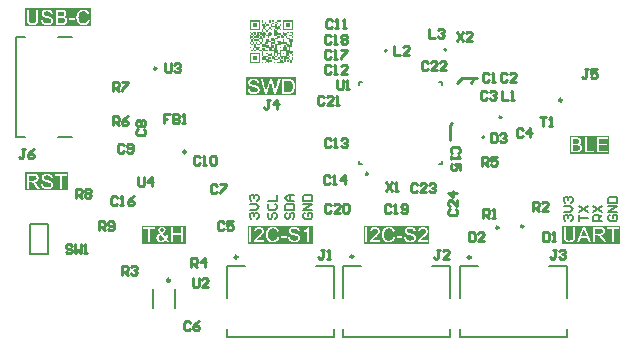
<source format=gto>
G04*
G04 #@! TF.GenerationSoftware,Altium Limited,Altium Designer,23.0.1 (38)*
G04*
G04 Layer_Color=65535*
%FSLAX44Y44*%
%MOMM*%
G71*
G04*
G04 #@! TF.SameCoordinates,AA057BD2-FAE9-475E-A33E-1B252B641246*
G04*
G04*
G04 #@! TF.FilePolarity,Positive*
G04*
G01*
G75*
%ADD10C,0.2500*%
%ADD11C,0.2000*%
%ADD12C,0.2540*%
%ADD13C,0.2032*%
G36*
X227751Y271154D02*
Y271122D01*
Y270003D01*
X223968D01*
Y271253D01*
X227751D01*
Y271154D01*
D02*
G37*
G36*
X221468Y270990D02*
Y270957D01*
Y270003D01*
X220218D01*
Y271253D01*
X221468D01*
Y270990D01*
D02*
G37*
G36*
X218935Y268753D02*
X217685D01*
Y269082D01*
Y269115D01*
Y271253D01*
X218935D01*
Y268753D01*
D02*
G37*
G36*
X212685D02*
X211402D01*
Y271253D01*
X212685D01*
Y268753D01*
D02*
G37*
G36*
X223968D02*
X225218D01*
Y267503D01*
X223968D01*
Y267865D01*
Y267898D01*
Y268753D01*
X222718D01*
Y270003D01*
X223968D01*
Y268753D01*
D02*
G37*
G36*
X221468Y267503D02*
X220218D01*
Y268753D01*
X221468D01*
Y267503D01*
D02*
G37*
G36*
X227751Y266253D02*
X226468D01*
Y267503D01*
X227751D01*
Y266253D01*
D02*
G37*
G36*
X223968Y265003D02*
X225218D01*
Y266253D01*
X226468D01*
Y263720D01*
X227751D01*
Y262470D01*
X226468D01*
Y263720D01*
X225218D01*
Y262470D01*
X223968D01*
Y263720D01*
X222718D01*
Y265003D01*
X218935D01*
Y267503D01*
X220218D01*
Y266253D01*
X222718D01*
Y267503D01*
X223968D01*
Y265003D01*
D02*
G37*
G36*
X215185Y267503D02*
X217685D01*
Y266253D01*
X215185D01*
Y267503D01*
X213935D01*
Y270003D01*
X215185D01*
Y267503D01*
D02*
G37*
G36*
X237785Y271187D02*
Y271154D01*
Y262470D01*
X229002D01*
Y271253D01*
X237785D01*
Y271187D01*
D02*
G37*
G36*
X218935Y263720D02*
X220218D01*
Y263062D01*
Y263029D01*
Y262470D01*
X218935D01*
Y263720D01*
X217685D01*
Y265003D01*
X218935D01*
Y263720D01*
D02*
G37*
G36*
X217685Y262930D02*
Y262897D01*
Y262470D01*
X216435D01*
Y263720D01*
X217685D01*
Y262930D01*
D02*
G37*
G36*
X210152Y262470D02*
X201368D01*
Y263128D01*
Y263161D01*
Y271253D01*
X210152D01*
Y262470D01*
D02*
G37*
G36*
X213935Y266253D02*
X215185D01*
Y265003D01*
X213935D01*
Y263720D01*
X215185D01*
Y262470D01*
X216435D01*
Y261220D01*
X215185D01*
Y262470D01*
X213935D01*
Y263720D01*
X212685D01*
Y264509D01*
Y264542D01*
Y266253D01*
X211402D01*
Y267503D01*
X213935D01*
Y266253D01*
D02*
G37*
G36*
X234002Y259970D02*
X232752D01*
Y260035D01*
Y260068D01*
Y261220D01*
X234002D01*
Y259970D01*
D02*
G37*
G36*
X212685Y261220D02*
X213935D01*
Y259970D01*
X215185D01*
Y258720D01*
X216435D01*
Y259970D01*
X217685D01*
Y261220D01*
X218935D01*
Y259970D01*
X220218D01*
Y258720D01*
X218935D01*
Y257469D01*
X217685D01*
Y256186D01*
X216435D01*
Y257469D01*
X215185D01*
Y258720D01*
X213935D01*
Y256186D01*
X212685D01*
Y257469D01*
X211402D01*
Y258720D01*
X210152D01*
Y259970D01*
X208902D01*
Y258720D01*
X210152D01*
Y257469D01*
X211402D01*
Y256186D01*
X212685D01*
Y252436D01*
X211402D01*
Y254936D01*
X208902D01*
Y256186D01*
X205151D01*
Y257469D01*
X203868D01*
Y258456D01*
Y258489D01*
Y258720D01*
X202618D01*
Y259970D01*
X201368D01*
Y261220D01*
X202618D01*
Y260233D01*
Y260200D01*
Y259970D01*
X203868D01*
Y258720D01*
X205151D01*
Y257469D01*
X206401D01*
Y258720D01*
X205151D01*
Y258785D01*
Y258818D01*
Y259970D01*
X203868D01*
Y261220D01*
X206401D01*
Y258720D01*
X207651D01*
Y261220D01*
X211402D01*
Y259970D01*
X212685D01*
Y261220D01*
X211402D01*
Y263720D01*
X212685D01*
Y261220D01*
D02*
G37*
G36*
X237785Y258720D02*
X236535D01*
Y259706D01*
Y259739D01*
Y259970D01*
X235285D01*
Y261220D01*
X237785D01*
Y258720D01*
D02*
G37*
G36*
X236535Y257469D02*
X237785D01*
Y256186D01*
X236535D01*
Y257469D01*
X234002D01*
Y258720D01*
X236535D01*
Y257469D01*
D02*
G37*
G36*
X222718Y262470D02*
X223968D01*
Y261220D01*
X225218D01*
Y259970D01*
X227751D01*
Y258720D01*
X229002D01*
Y257469D01*
X230252D01*
Y256186D01*
X227751D01*
Y258720D01*
X223968D01*
Y257469D01*
X226468D01*
Y256186D01*
X225218D01*
Y254936D01*
X222718D01*
Y256186D01*
X223968D01*
Y257469D01*
X221468D01*
Y263720D01*
X222718D01*
Y262470D01*
D02*
G37*
G36*
X230252Y259970D02*
X232752D01*
Y258720D01*
X231502D01*
Y257469D01*
X232752D01*
Y256186D01*
X235285D01*
Y254936D01*
X237785D01*
Y252436D01*
X236535D01*
Y248653D01*
X235285D01*
Y244903D01*
X237785D01*
Y243653D01*
X236535D01*
Y242403D01*
X237785D01*
Y242041D01*
Y242008D01*
Y241120D01*
X236535D01*
Y242403D01*
X235285D01*
Y243653D01*
X234002D01*
Y241120D01*
X235285D01*
Y239869D01*
X234002D01*
Y241120D01*
X232752D01*
Y239869D01*
X234002D01*
Y238619D01*
X235285D01*
Y237369D01*
X236535D01*
Y234869D01*
X235285D01*
Y237369D01*
X234002D01*
Y238619D01*
X231502D01*
Y236119D01*
X230252D01*
Y239869D01*
X229002D01*
Y238619D01*
X227751D01*
Y239869D01*
X226468D01*
Y242403D01*
X225218D01*
Y241120D01*
X223968D01*
Y243653D01*
X222718D01*
Y241120D01*
X223968D01*
Y239869D01*
X222718D01*
Y241120D01*
X221468D01*
Y244903D01*
X217685D01*
Y247403D01*
X215185D01*
Y248653D01*
X211402D01*
Y251186D01*
X210152D01*
Y252436D01*
X208902D01*
Y253686D01*
X205151D01*
Y254936D01*
X203868D01*
Y256186D01*
X202618D01*
Y254936D01*
X203868D01*
Y252436D01*
X205151D01*
Y251186D01*
X206401D01*
Y248653D01*
X210152D01*
Y247403D01*
X208902D01*
Y246153D01*
X211402D01*
Y244903D01*
X212685D01*
Y241350D01*
Y241317D01*
Y241120D01*
X216435D01*
Y239869D01*
X218935D01*
Y238619D01*
X217685D01*
Y237369D01*
X220218D01*
Y236119D01*
X217685D01*
Y234869D01*
X216435D01*
Y236119D01*
X215185D01*
Y237369D01*
X211402D01*
Y239869D01*
X212685D01*
Y241120D01*
X211402D01*
Y244903D01*
X208902D01*
Y246153D01*
X206401D01*
Y247403D01*
X205151D01*
Y249837D01*
Y249870D01*
Y251186D01*
X203868D01*
Y252436D01*
X202618D01*
Y252699D01*
Y252732D01*
Y254936D01*
X201368D01*
Y258720D01*
X202618D01*
Y257568D01*
Y257535D01*
Y257469D01*
X203868D01*
Y256186D01*
X205151D01*
Y254936D01*
X208902D01*
Y253686D01*
X210152D01*
Y252436D01*
X211402D01*
Y251186D01*
X213935D01*
Y252436D01*
X215185D01*
Y254936D01*
X217685D01*
Y253686D01*
X218935D01*
Y252436D01*
X221468D01*
Y253686D01*
X218935D01*
Y256186D01*
X221468D01*
Y254936D01*
X222718D01*
Y251186D01*
X225218D01*
Y252436D01*
X223968D01*
Y253686D01*
X227751D01*
Y252436D01*
X229002D01*
Y254936D01*
X230252D01*
Y252436D01*
X232752D01*
Y251186D01*
X234002D01*
Y249936D01*
X235285D01*
Y252436D01*
X234002D01*
Y254936D01*
X232752D01*
Y256186D01*
X231502D01*
Y257469D01*
X230252D01*
Y258720D01*
X229002D01*
Y261220D01*
X230252D01*
Y259970D01*
D02*
G37*
G36*
X207651Y251252D02*
Y251219D01*
Y251186D01*
X210152D01*
Y250199D01*
Y250166D01*
Y249936D01*
X207651D01*
Y251186D01*
X206401D01*
Y252436D01*
X207651D01*
Y251252D01*
D02*
G37*
G36*
X202618Y251186D02*
X203868D01*
Y251087D01*
Y251054D01*
Y249936D01*
X202618D01*
Y251186D01*
X201368D01*
Y251712D01*
Y251745D01*
Y252436D01*
X202618D01*
Y251186D01*
D02*
G37*
G36*
Y247403D02*
X201368D01*
Y248653D01*
X202618D01*
Y247403D01*
D02*
G37*
G36*
X213935Y246153D02*
X216435D01*
Y244903D01*
X212685D01*
Y246153D01*
X211402D01*
Y247403D01*
X213935D01*
Y246153D01*
D02*
G37*
G36*
X205151D02*
X206401D01*
Y244903D01*
X205151D01*
Y245725D01*
Y245758D01*
Y246153D01*
X203868D01*
Y247403D01*
X205151D01*
Y246153D01*
D02*
G37*
G36*
X203868Y244903D02*
X202618D01*
Y246087D01*
Y246120D01*
Y246153D01*
X203868D01*
Y244903D01*
D02*
G37*
G36*
X220218Y241120D02*
X221468D01*
Y239869D01*
X222718D01*
Y238619D01*
X225218D01*
Y237369D01*
X221468D01*
Y238619D01*
X220218D01*
Y241120D01*
X216435D01*
Y242403D01*
X215185D01*
Y243126D01*
Y243159D01*
Y243653D01*
X216435D01*
Y242403D01*
X218935D01*
Y243653D01*
X220218D01*
Y241120D01*
D02*
G37*
G36*
X237785Y237369D02*
X236535D01*
Y239869D01*
X237785D01*
Y237369D01*
D02*
G37*
G36*
X234002Y236119D02*
X232752D01*
Y237369D01*
X234002D01*
Y236119D01*
D02*
G37*
G36*
X226468Y238619D02*
X227751D01*
Y237369D01*
X229002D01*
Y236119D01*
X230252D01*
Y234869D01*
X223968D01*
Y236119D01*
X226468D01*
Y238619D01*
X225218D01*
Y239869D01*
X226468D01*
Y238619D01*
D02*
G37*
G36*
X222718Y235626D02*
Y235593D01*
Y234869D01*
X221468D01*
Y236119D01*
X222718D01*
Y235626D01*
D02*
G37*
G36*
X215185Y234869D02*
X213935D01*
Y236119D01*
X215185D01*
Y234869D01*
D02*
G37*
G36*
X212685Y235593D02*
Y235560D01*
Y234869D01*
X211402D01*
Y236119D01*
X212685D01*
Y235593D01*
D02*
G37*
G36*
X210152Y234869D02*
X201368D01*
Y235889D01*
Y235922D01*
Y243653D01*
X210152D01*
Y234869D01*
D02*
G37*
G36*
X47192Y127000D02*
X11176D01*
Y142247D01*
X47192D01*
Y127000D01*
D02*
G37*
G36*
X66725Y265938D02*
X11176D01*
Y281185D01*
X66725D01*
Y265938D01*
D02*
G37*
G36*
X514774Y82042D02*
X465836D01*
Y97289D01*
X514774D01*
Y82042D01*
D02*
G37*
G36*
X352957D02*
X297895D01*
Y97289D01*
X352957D01*
Y82042D01*
D02*
G37*
G36*
X146940Y97289D02*
Y81980D01*
X109840D01*
Y97289D01*
X146940D01*
D02*
G37*
G36*
X254823Y82042D02*
X199761D01*
Y97289D01*
X254823D01*
Y82042D01*
D02*
G37*
G36*
X240364Y207518D02*
X198374D01*
Y222765D01*
X240364D01*
Y207518D01*
D02*
G37*
G36*
X505474Y158242D02*
X471932D01*
Y173051D01*
X505474D01*
Y158242D01*
D02*
G37*
%LPC*%
G36*
X236535Y270003D02*
X230252D01*
Y263720D01*
X236535D01*
Y270003D01*
D02*
G37*
%LPD*%
G36*
X235285Y265003D02*
X231502D01*
Y265398D01*
Y265431D01*
Y268753D01*
X235285D01*
Y265003D01*
D02*
G37*
%LPC*%
G36*
X208902Y270003D02*
X202618D01*
Y264180D01*
Y264147D01*
Y263720D01*
X208902D01*
Y270003D01*
D02*
G37*
%LPD*%
G36*
X207651Y265003D02*
X203868D01*
Y268753D01*
X207651D01*
Y265003D01*
D02*
G37*
%LPC*%
G36*
X210152Y257469D02*
X208902D01*
Y256186D01*
X210152D01*
Y257469D01*
D02*
G37*
G36*
X218935Y252436D02*
X216435D01*
Y251186D01*
X215185D01*
Y249936D01*
X217685D01*
Y248653D01*
X218935D01*
Y252436D01*
D02*
G37*
G36*
X222718Y251186D02*
X220218D01*
Y249936D01*
X221468D01*
Y247403D01*
X222718D01*
Y251186D01*
D02*
G37*
G36*
X231502D02*
X227751D01*
Y249936D01*
X223968D01*
Y246153D01*
X225218D01*
Y243653D01*
X226468D01*
Y244870D01*
Y244903D01*
Y246153D01*
X229002D01*
Y248653D01*
X230252D01*
Y249936D01*
X231502D01*
Y248653D01*
X232752D01*
Y246153D01*
X234002D01*
Y248653D01*
X232752D01*
Y249936D01*
X231502D01*
Y251186D01*
D02*
G37*
G36*
X221468Y247403D02*
X220218D01*
Y246153D01*
X221468D01*
Y247403D01*
D02*
G37*
G36*
X231502Y244903D02*
X227751D01*
Y241120D01*
X231502D01*
Y244080D01*
Y244113D01*
Y244903D01*
D02*
G37*
G36*
X216435Y239869D02*
X215185D01*
Y238619D01*
X216435D01*
Y239869D01*
D02*
G37*
%LPD*%
G36*
X227751Y248620D02*
Y248587D01*
Y247403D01*
X226468D01*
Y248653D01*
X227751D01*
Y248620D01*
D02*
G37*
G36*
X230252Y242403D02*
X229002D01*
Y243653D01*
X230252D01*
Y242403D01*
D02*
G37*
%LPC*%
G36*
X208902D02*
X202618D01*
Y236119D01*
X208902D01*
Y238093D01*
Y238126D01*
Y242403D01*
D02*
G37*
%LPD*%
G36*
X207651Y237369D02*
X203868D01*
Y241120D01*
X207651D01*
Y237369D01*
D02*
G37*
%LPC*%
G36*
X29609Y141247D02*
X29472D01*
X28997Y141234D01*
X28559Y141184D01*
X28359Y141147D01*
X28159Y141109D01*
X27984Y141072D01*
X27810Y141034D01*
X27659Y140984D01*
X27522Y140947D01*
X27410Y140909D01*
X27310Y140884D01*
X27235Y140847D01*
X27172Y140834D01*
X27135Y140809D01*
X27122D01*
X26747Y140634D01*
X26435Y140422D01*
X26160Y140209D01*
X25935Y139997D01*
X25747Y139810D01*
X25685Y139734D01*
X25623Y139660D01*
X25585Y139609D01*
X25548Y139559D01*
X25535Y139535D01*
X25523Y139522D01*
X25423Y139360D01*
X25348Y139197D01*
X25210Y138885D01*
X25110Y138572D01*
X25048Y138297D01*
X25023Y138172D01*
X24998Y138060D01*
X24985Y137960D01*
Y137872D01*
X24973Y137810D01*
Y137747D01*
Y137723D01*
Y137710D01*
X24998Y137385D01*
X25048Y137085D01*
X25110Y136810D01*
X25198Y136573D01*
X25285Y136385D01*
X25323Y136298D01*
X25348Y136235D01*
X25385Y136185D01*
X25398Y136148D01*
X25423Y136123D01*
Y136110D01*
X25610Y135861D01*
X25823Y135623D01*
X26047Y135423D01*
X26272Y135248D01*
X26472Y135098D01*
X26560Y135048D01*
X26635Y134998D01*
X26697Y134961D01*
X26747Y134936D01*
X26772Y134911D01*
X26785D01*
X26935Y134836D01*
X27097Y134773D01*
X27272Y134698D01*
X27472Y134623D01*
X27885Y134498D01*
X28284Y134373D01*
X28484Y134311D01*
X28659Y134261D01*
X28834Y134223D01*
X28972Y134186D01*
X29097Y134148D01*
X29184Y134136D01*
X29234Y134111D01*
X29259D01*
X29571Y134036D01*
X29859Y133961D01*
X30121Y133898D01*
X30359Y133836D01*
X30571Y133786D01*
X30759Y133736D01*
X30921Y133686D01*
X31059Y133649D01*
X31184Y133611D01*
X31284Y133574D01*
X31359Y133549D01*
X31421Y133524D01*
X31471Y133511D01*
X31509Y133499D01*
X31534Y133486D01*
X31821Y133374D01*
X32058Y133249D01*
X32258Y133124D01*
X32421Y132999D01*
X32546Y132899D01*
X32633Y132811D01*
X32683Y132761D01*
X32696Y132736D01*
X32808Y132561D01*
X32896Y132386D01*
X32958Y132211D01*
X33008Y132049D01*
X33033Y131899D01*
X33046Y131786D01*
Y131712D01*
Y131699D01*
Y131687D01*
X33033Y131462D01*
X32996Y131262D01*
X32933Y131074D01*
X32871Y130912D01*
X32796Y130774D01*
X32746Y130674D01*
X32696Y130612D01*
X32683Y130587D01*
X32533Y130412D01*
X32358Y130249D01*
X32171Y130125D01*
X31996Y130012D01*
X31834Y129912D01*
X31696Y129850D01*
X31646Y129824D01*
X31609Y129812D01*
X31583Y129799D01*
X31571D01*
X31284Y129700D01*
X30996Y129637D01*
X30709Y129587D01*
X30446Y129550D01*
X30221Y129525D01*
X30121D01*
X30034Y129512D01*
X29871D01*
X29472Y129525D01*
X29097Y129575D01*
X28759Y129637D01*
X28609Y129662D01*
X28472Y129700D01*
X28347Y129737D01*
X28234Y129775D01*
X28134Y129799D01*
X28047Y129824D01*
X27984Y129850D01*
X27935Y129874D01*
X27910Y129887D01*
X27897D01*
X27597Y130037D01*
X27335Y130212D01*
X27110Y130374D01*
X26935Y130537D01*
X26797Y130674D01*
X26697Y130787D01*
X26647Y130862D01*
X26622Y130874D01*
Y130887D01*
X26485Y131137D01*
X26372Y131399D01*
X26272Y131662D01*
X26210Y131911D01*
X26160Y132136D01*
X26135Y132224D01*
X26122Y132311D01*
X26110Y132386D01*
X26097Y132436D01*
Y132461D01*
Y132474D01*
X24498Y132336D01*
X24510Y132099D01*
X24535Y131874D01*
X24610Y131437D01*
X24673Y131224D01*
X24723Y131037D01*
X24785Y130862D01*
X24848Y130699D01*
X24910Y130549D01*
X24973Y130412D01*
X25035Y130299D01*
X25085Y130199D01*
X25123Y130125D01*
X25160Y130075D01*
X25173Y130037D01*
X25185Y130024D01*
X25460Y129675D01*
X25760Y129362D01*
X26072Y129100D01*
X26360Y128887D01*
X26497Y128787D01*
X26622Y128712D01*
X26747Y128650D01*
X26847Y128600D01*
X26922Y128550D01*
X26985Y128525D01*
X27022Y128512D01*
X27035Y128500D01*
X27260Y128412D01*
X27497Y128337D01*
X27984Y128212D01*
X28472Y128125D01*
X28709Y128088D01*
X28934Y128062D01*
X29147Y128038D01*
X29334Y128025D01*
X29509Y128013D01*
X29659D01*
X29784Y128000D01*
X29946D01*
X30446Y128025D01*
X30909Y128075D01*
X31121Y128112D01*
X31334Y128162D01*
X31521Y128200D01*
X31696Y128250D01*
X31846Y128300D01*
X31996Y128337D01*
X32108Y128387D01*
X32221Y128425D01*
X32296Y128450D01*
X32358Y128475D01*
X32396Y128500D01*
X32408D01*
X32796Y128700D01*
X33133Y128925D01*
X33283Y129050D01*
X33421Y129162D01*
X33545Y129275D01*
X33670Y129387D01*
X33770Y129487D01*
X33858Y129587D01*
X33920Y129675D01*
X33983Y129749D01*
X34033Y129812D01*
X34070Y129862D01*
X34083Y129887D01*
X34095Y129900D01*
X34195Y130075D01*
X34295Y130237D01*
X34433Y130574D01*
X34545Y130899D01*
X34608Y131199D01*
X34633Y131337D01*
X34658Y131449D01*
X34670Y131562D01*
Y131649D01*
X34683Y131724D01*
Y132011D01*
X34658Y132199D01*
X34595Y132549D01*
X34508Y132861D01*
X34420Y133124D01*
X34370Y133236D01*
X34320Y133349D01*
X34270Y133436D01*
X34233Y133511D01*
X34195Y133574D01*
X34170Y133611D01*
X34158Y133636D01*
X34145Y133649D01*
X34033Y133799D01*
X33920Y133936D01*
X33658Y134186D01*
X33383Y134411D01*
X33121Y134598D01*
X32871Y134748D01*
X32771Y134811D01*
X32683Y134861D01*
X32608Y134898D01*
X32546Y134923D01*
X32508Y134948D01*
X32496D01*
X32333Y135011D01*
X32146Y135086D01*
X31946Y135148D01*
X31721Y135223D01*
X31259Y135361D01*
X30784Y135486D01*
X30559Y135548D01*
X30346Y135598D01*
X30146Y135648D01*
X29984Y135686D01*
X29846Y135710D01*
X29734Y135736D01*
X29671Y135760D01*
X29646D01*
X29284Y135848D01*
X28947Y135935D01*
X28647Y136023D01*
X28384Y136110D01*
X28147Y136185D01*
X27935Y136260D01*
X27759Y136335D01*
X27597Y136398D01*
X27472Y136460D01*
X27360Y136523D01*
X27272Y136573D01*
X27210Y136610D01*
X27160Y136635D01*
X27122Y136660D01*
X27110Y136685D01*
X27097D01*
X26935Y136860D01*
X26810Y137048D01*
X26735Y137235D01*
X26672Y137423D01*
X26635Y137572D01*
X26622Y137710D01*
X26610Y137760D01*
Y137797D01*
Y137810D01*
Y137823D01*
X26622Y137972D01*
X26635Y138110D01*
X26722Y138360D01*
X26835Y138597D01*
X26960Y138797D01*
X27085Y138947D01*
X27197Y139072D01*
X27285Y139147D01*
X27297Y139172D01*
X27310D01*
X27447Y139272D01*
X27610Y139360D01*
X27772Y139435D01*
X27959Y139510D01*
X28322Y139609D01*
X28697Y139672D01*
X28859Y139697D01*
X29022Y139722D01*
X29172Y139734D01*
X29297D01*
X29397Y139747D01*
X29546D01*
X29809Y139734D01*
X30071Y139722D01*
X30296Y139684D01*
X30521Y139647D01*
X30721Y139597D01*
X30896Y139547D01*
X31059Y139497D01*
X31209Y139435D01*
X31346Y139372D01*
X31459Y139322D01*
X31558Y139272D01*
X31634Y139222D01*
X31696Y139185D01*
X31734Y139147D01*
X31758Y139135D01*
X31771Y139122D01*
X31908Y138997D01*
X32033Y138860D01*
X32133Y138722D01*
X32233Y138572D01*
X32396Y138272D01*
X32508Y137972D01*
X32546Y137835D01*
X32583Y137710D01*
X32621Y137598D01*
X32633Y137498D01*
X32658Y137410D01*
Y137348D01*
X32671Y137310D01*
Y137298D01*
X34295Y137423D01*
X34283Y137635D01*
X34258Y137835D01*
X34170Y138210D01*
X34070Y138560D01*
X34020Y138710D01*
X33958Y138847D01*
X33895Y138985D01*
X33845Y139097D01*
X33795Y139197D01*
X33746Y139285D01*
X33708Y139347D01*
X33683Y139397D01*
X33670Y139422D01*
X33658Y139435D01*
X33421Y139747D01*
X33146Y140022D01*
X32871Y140247D01*
X32596Y140447D01*
X32358Y140597D01*
X32258Y140647D01*
X32158Y140697D01*
X32083Y140734D01*
X32033Y140759D01*
X31996Y140784D01*
X31983D01*
X31558Y140934D01*
X31134Y141047D01*
X30709Y141134D01*
X30509Y141159D01*
X30321Y141184D01*
X30146Y141209D01*
X29984Y141222D01*
X29834Y141234D01*
X29709D01*
X29609Y141247D01*
D02*
G37*
G36*
X46192Y141022D02*
X36032D01*
Y139510D01*
X40256D01*
Y128212D01*
X41956D01*
Y139510D01*
X46192D01*
Y141022D01*
D02*
G37*
G36*
X18137D02*
X12176D01*
Y128212D01*
X13876D01*
Y133898D01*
X16063D01*
X16263Y133886D01*
X16425Y133874D01*
X16550D01*
X16650Y133861D01*
X16725Y133848D01*
X16762Y133836D01*
X16775D01*
X16925Y133799D01*
X17062Y133736D01*
X17187Y133686D01*
X17300Y133624D01*
X17400Y133574D01*
X17475Y133524D01*
X17525Y133499D01*
X17537Y133486D01*
X17687Y133386D01*
X17837Y133249D01*
X17974Y133111D01*
X18112Y132974D01*
X18224Y132849D01*
X18324Y132736D01*
X18374Y132661D01*
X18399Y132649D01*
Y132636D01*
X18499Y132511D01*
X18587Y132386D01*
X18799Y132099D01*
X18999Y131812D01*
X19199Y131524D01*
X19362Y131274D01*
X19437Y131162D01*
X19499Y131062D01*
X19549Y130987D01*
X19587Y130924D01*
X19612Y130887D01*
X19624Y130874D01*
X21324Y128212D01*
X23436D01*
X21224Y131687D01*
X20974Y132049D01*
X20724Y132386D01*
X20486Y132674D01*
X20274Y132924D01*
X20174Y133036D01*
X20087Y133124D01*
X20011Y133211D01*
X19949Y133274D01*
X19899Y133324D01*
X19862Y133374D01*
X19836Y133386D01*
X19824Y133399D01*
X19674Y133511D01*
X19512Y133636D01*
X19349Y133736D01*
X19187Y133836D01*
X19037Y133911D01*
X18912Y133986D01*
X18862Y133998D01*
X18824Y134024D01*
X18812Y134036D01*
X18799D01*
X19137Y134086D01*
X19449Y134161D01*
X19737Y134236D01*
X19999Y134323D01*
X20249Y134423D01*
X20474Y134523D01*
X20674Y134623D01*
X20849Y134723D01*
X21011Y134823D01*
X21149Y134911D01*
X21261Y134998D01*
X21361Y135073D01*
X21436Y135136D01*
X21486Y135186D01*
X21511Y135211D01*
X21524Y135223D01*
X21686Y135398D01*
X21811Y135586D01*
X21936Y135786D01*
X22036Y135973D01*
X22123Y136173D01*
X22198Y136360D01*
X22248Y136548D01*
X22298Y136723D01*
X22336Y136885D01*
X22361Y137048D01*
X22386Y137173D01*
X22398Y137298D01*
X22411Y137385D01*
Y137460D01*
Y137510D01*
Y137523D01*
Y137723D01*
X22386Y137910D01*
X22323Y138272D01*
X22236Y138597D01*
X22148Y138885D01*
X22099Y139010D01*
X22048Y139110D01*
X21999Y139210D01*
X21961Y139297D01*
X21923Y139360D01*
X21899Y139410D01*
X21886Y139435D01*
X21874Y139447D01*
X21661Y139747D01*
X21424Y140009D01*
X21186Y140222D01*
X20961Y140384D01*
X20761Y140509D01*
X20674Y140559D01*
X20599Y140609D01*
X20536Y140634D01*
X20486Y140659D01*
X20461Y140672D01*
X20449D01*
X20274Y140734D01*
X20087Y140784D01*
X19674Y140872D01*
X19237Y140934D01*
X18812Y140984D01*
X18624Y140997D01*
X18437Y141009D01*
X18274D01*
X18137Y141022D01*
D02*
G37*
%LPD*%
G36*
X18424Y139585D02*
X18637Y139559D01*
X18849Y139522D01*
X19037Y139472D01*
X19199Y139422D01*
X19349Y139372D01*
X19487Y139322D01*
X19612Y139260D01*
X19712Y139210D01*
X19799Y139160D01*
X19874Y139110D01*
X19924Y139072D01*
X19974Y139047D01*
X19986Y139035D01*
X19999Y139022D01*
X20111Y138910D01*
X20224Y138785D01*
X20311Y138672D01*
X20386Y138535D01*
X20499Y138285D01*
X20574Y138047D01*
X20624Y137847D01*
X20636Y137747D01*
X20649Y137673D01*
X20661Y137610D01*
Y137560D01*
Y137535D01*
Y137523D01*
X20649Y137298D01*
X20611Y137073D01*
X20549Y136885D01*
X20486Y136710D01*
X20424Y136560D01*
X20361Y136460D01*
X20324Y136385D01*
X20311Y136373D01*
Y136360D01*
X20174Y136173D01*
X20011Y136023D01*
X19849Y135885D01*
X19687Y135786D01*
X19549Y135698D01*
X19437Y135648D01*
X19349Y135611D01*
X19337Y135598D01*
X19324D01*
X19062Y135523D01*
X18762Y135461D01*
X18462Y135423D01*
X18175Y135386D01*
X18037D01*
X17912Y135373D01*
X17800D01*
X17700Y135361D01*
X13876D01*
Y139609D01*
X18187D01*
X18424Y139585D01*
D02*
G37*
%LPC*%
G36*
X29609Y280185D02*
X29472D01*
X28997Y280172D01*
X28559Y280122D01*
X28359Y280085D01*
X28159Y280047D01*
X27984Y280010D01*
X27810Y279972D01*
X27659Y279922D01*
X27522Y279885D01*
X27410Y279847D01*
X27310Y279822D01*
X27235Y279785D01*
X27172Y279772D01*
X27135Y279747D01*
X27122D01*
X26747Y279572D01*
X26435Y279360D01*
X26160Y279147D01*
X25935Y278935D01*
X25747Y278748D01*
X25685Y278673D01*
X25623Y278598D01*
X25585Y278547D01*
X25548Y278498D01*
X25535Y278472D01*
X25523Y278460D01*
X25423Y278298D01*
X25348Y278135D01*
X25210Y277823D01*
X25110Y277510D01*
X25048Y277235D01*
X25023Y277110D01*
X24998Y276998D01*
X24985Y276898D01*
Y276810D01*
X24973Y276748D01*
Y276686D01*
Y276660D01*
Y276648D01*
X24998Y276323D01*
X25048Y276023D01*
X25110Y275748D01*
X25198Y275511D01*
X25285Y275323D01*
X25323Y275236D01*
X25348Y275173D01*
X25385Y275123D01*
X25398Y275086D01*
X25423Y275061D01*
Y275048D01*
X25610Y274799D01*
X25823Y274561D01*
X26047Y274361D01*
X26272Y274186D01*
X26472Y274036D01*
X26560Y273986D01*
X26635Y273936D01*
X26697Y273899D01*
X26747Y273874D01*
X26772Y273849D01*
X26785D01*
X26935Y273774D01*
X27097Y273711D01*
X27272Y273636D01*
X27472Y273561D01*
X27885Y273436D01*
X28284Y273311D01*
X28484Y273249D01*
X28659Y273199D01*
X28834Y273161D01*
X28972Y273124D01*
X29097Y273086D01*
X29184Y273074D01*
X29234Y273049D01*
X29259D01*
X29571Y272974D01*
X29859Y272899D01*
X30121Y272836D01*
X30359Y272774D01*
X30571Y272724D01*
X30759Y272674D01*
X30921Y272624D01*
X31059Y272587D01*
X31184Y272549D01*
X31284Y272512D01*
X31359Y272487D01*
X31421Y272462D01*
X31471Y272449D01*
X31509Y272437D01*
X31534Y272424D01*
X31821Y272312D01*
X32058Y272187D01*
X32258Y272062D01*
X32421Y271937D01*
X32546Y271837D01*
X32633Y271749D01*
X32683Y271699D01*
X32696Y271674D01*
X32808Y271499D01*
X32896Y271324D01*
X32958Y271149D01*
X33008Y270987D01*
X33033Y270837D01*
X33046Y270725D01*
Y270650D01*
Y270637D01*
Y270625D01*
X33033Y270400D01*
X32996Y270200D01*
X32933Y270012D01*
X32871Y269850D01*
X32796Y269712D01*
X32746Y269612D01*
X32696Y269550D01*
X32683Y269525D01*
X32533Y269350D01*
X32358Y269187D01*
X32171Y269062D01*
X31996Y268950D01*
X31834Y268850D01*
X31696Y268787D01*
X31646Y268762D01*
X31609Y268750D01*
X31583Y268738D01*
X31571D01*
X31284Y268638D01*
X30996Y268575D01*
X30709Y268525D01*
X30446Y268488D01*
X30221Y268463D01*
X30121D01*
X30034Y268450D01*
X29871D01*
X29472Y268463D01*
X29097Y268513D01*
X28759Y268575D01*
X28609Y268600D01*
X28472Y268638D01*
X28347Y268675D01*
X28234Y268713D01*
X28134Y268738D01*
X28047Y268762D01*
X27984Y268787D01*
X27935Y268813D01*
X27910Y268825D01*
X27897D01*
X27597Y268975D01*
X27335Y269150D01*
X27110Y269312D01*
X26935Y269475D01*
X26797Y269612D01*
X26697Y269725D01*
X26647Y269800D01*
X26622Y269812D01*
Y269825D01*
X26485Y270075D01*
X26372Y270337D01*
X26272Y270600D01*
X26210Y270849D01*
X26160Y271074D01*
X26135Y271162D01*
X26122Y271249D01*
X26110Y271324D01*
X26097Y271374D01*
Y271399D01*
Y271412D01*
X24498Y271274D01*
X24510Y271037D01*
X24535Y270812D01*
X24610Y270375D01*
X24673Y270162D01*
X24723Y269975D01*
X24785Y269800D01*
X24848Y269637D01*
X24910Y269487D01*
X24973Y269350D01*
X25035Y269237D01*
X25085Y269137D01*
X25123Y269062D01*
X25160Y269013D01*
X25173Y268975D01*
X25185Y268962D01*
X25460Y268613D01*
X25760Y268300D01*
X26072Y268038D01*
X26360Y267825D01*
X26497Y267725D01*
X26622Y267650D01*
X26747Y267588D01*
X26847Y267538D01*
X26922Y267488D01*
X26985Y267463D01*
X27022Y267450D01*
X27035Y267438D01*
X27260Y267350D01*
X27497Y267275D01*
X27984Y267150D01*
X28472Y267063D01*
X28709Y267026D01*
X28934Y267001D01*
X29147Y266975D01*
X29334Y266963D01*
X29509Y266950D01*
X29659D01*
X29784Y266938D01*
X29946D01*
X30446Y266963D01*
X30909Y267013D01*
X31121Y267050D01*
X31334Y267101D01*
X31521Y267138D01*
X31696Y267188D01*
X31846Y267238D01*
X31996Y267275D01*
X32108Y267325D01*
X32221Y267363D01*
X32296Y267388D01*
X32358Y267413D01*
X32396Y267438D01*
X32408D01*
X32796Y267638D01*
X33133Y267863D01*
X33283Y267988D01*
X33421Y268100D01*
X33545Y268213D01*
X33670Y268325D01*
X33770Y268425D01*
X33858Y268525D01*
X33920Y268613D01*
X33983Y268688D01*
X34033Y268750D01*
X34070Y268800D01*
X34083Y268825D01*
X34095Y268838D01*
X34195Y269013D01*
X34295Y269175D01*
X34433Y269512D01*
X34545Y269837D01*
X34608Y270137D01*
X34633Y270275D01*
X34658Y270387D01*
X34670Y270500D01*
Y270587D01*
X34683Y270662D01*
Y270949D01*
X34658Y271137D01*
X34595Y271487D01*
X34508Y271799D01*
X34420Y272062D01*
X34370Y272174D01*
X34320Y272287D01*
X34270Y272374D01*
X34233Y272449D01*
X34195Y272512D01*
X34170Y272549D01*
X34158Y272574D01*
X34145Y272587D01*
X34033Y272736D01*
X33920Y272874D01*
X33658Y273124D01*
X33383Y273349D01*
X33121Y273536D01*
X32871Y273686D01*
X32771Y273749D01*
X32683Y273799D01*
X32608Y273836D01*
X32546Y273861D01*
X32508Y273886D01*
X32496D01*
X32333Y273949D01*
X32146Y274024D01*
X31946Y274086D01*
X31721Y274161D01*
X31259Y274299D01*
X30784Y274424D01*
X30559Y274486D01*
X30346Y274536D01*
X30146Y274586D01*
X29984Y274624D01*
X29846Y274648D01*
X29734Y274674D01*
X29671Y274699D01*
X29646D01*
X29284Y274786D01*
X28947Y274874D01*
X28647Y274961D01*
X28384Y275048D01*
X28147Y275123D01*
X27935Y275198D01*
X27759Y275273D01*
X27597Y275336D01*
X27472Y275398D01*
X27360Y275461D01*
X27272Y275511D01*
X27210Y275548D01*
X27160Y275573D01*
X27122Y275598D01*
X27110Y275623D01*
X27097D01*
X26935Y275798D01*
X26810Y275986D01*
X26735Y276173D01*
X26672Y276361D01*
X26635Y276511D01*
X26622Y276648D01*
X26610Y276698D01*
Y276735D01*
Y276748D01*
Y276761D01*
X26622Y276910D01*
X26635Y277048D01*
X26722Y277298D01*
X26835Y277535D01*
X26960Y277735D01*
X27085Y277885D01*
X27197Y278010D01*
X27285Y278085D01*
X27297Y278110D01*
X27310D01*
X27447Y278210D01*
X27610Y278298D01*
X27772Y278373D01*
X27959Y278448D01*
X28322Y278547D01*
X28697Y278610D01*
X28859Y278635D01*
X29022Y278660D01*
X29172Y278673D01*
X29297D01*
X29397Y278685D01*
X29546D01*
X29809Y278673D01*
X30071Y278660D01*
X30296Y278622D01*
X30521Y278585D01*
X30721Y278535D01*
X30896Y278485D01*
X31059Y278435D01*
X31209Y278373D01*
X31346Y278310D01*
X31459Y278260D01*
X31558Y278210D01*
X31634Y278160D01*
X31696Y278123D01*
X31734Y278085D01*
X31758Y278073D01*
X31771Y278060D01*
X31908Y277935D01*
X32033Y277798D01*
X32133Y277660D01*
X32233Y277510D01*
X32396Y277210D01*
X32508Y276910D01*
X32546Y276773D01*
X32583Y276648D01*
X32621Y276535D01*
X32633Y276436D01*
X32658Y276348D01*
Y276286D01*
X32671Y276248D01*
Y276236D01*
X34295Y276361D01*
X34283Y276573D01*
X34258Y276773D01*
X34170Y277148D01*
X34070Y277498D01*
X34020Y277648D01*
X33958Y277785D01*
X33895Y277923D01*
X33845Y278035D01*
X33795Y278135D01*
X33746Y278223D01*
X33708Y278285D01*
X33683Y278335D01*
X33670Y278360D01*
X33658Y278373D01*
X33421Y278685D01*
X33146Y278960D01*
X32871Y279185D01*
X32596Y279385D01*
X32358Y279535D01*
X32258Y279585D01*
X32158Y279635D01*
X32083Y279672D01*
X32033Y279697D01*
X31996Y279722D01*
X31983D01*
X31558Y279872D01*
X31134Y279985D01*
X30709Y280072D01*
X30509Y280097D01*
X30321Y280122D01*
X30146Y280147D01*
X29984Y280160D01*
X29834Y280172D01*
X29709D01*
X29609Y280185D01*
D02*
G37*
G36*
X60639D02*
X60451D01*
X60139Y280172D01*
X59826Y280147D01*
X59539Y280110D01*
X59251Y280060D01*
X58976Y280010D01*
X58714Y279935D01*
X58477Y279872D01*
X58264Y279797D01*
X58052Y279722D01*
X57877Y279660D01*
X57714Y279585D01*
X57589Y279535D01*
X57477Y279485D01*
X57402Y279447D01*
X57352Y279422D01*
X57339Y279410D01*
X57077Y279260D01*
X56840Y279085D01*
X56615Y278910D01*
X56402Y278722D01*
X56215Y278535D01*
X56027Y278348D01*
X55865Y278160D01*
X55727Y277985D01*
X55590Y277810D01*
X55477Y277648D01*
X55390Y277510D01*
X55303Y277385D01*
X55240Y277285D01*
X55202Y277198D01*
X55177Y277148D01*
X55165Y277135D01*
X55027Y276848D01*
X54915Y276560D01*
X54815Y276261D01*
X54728Y275961D01*
X54653Y275673D01*
X54590Y275373D01*
X54540Y275098D01*
X54503Y274836D01*
X54465Y274586D01*
X54440Y274361D01*
X54428Y274161D01*
X54415Y273986D01*
X54403Y273849D01*
Y273649D01*
X54415Y273311D01*
X54428Y272974D01*
X54465Y272649D01*
X54503Y272337D01*
X54565Y272037D01*
X54615Y271749D01*
X54678Y271487D01*
X54740Y271237D01*
X54803Y271012D01*
X54865Y270812D01*
X54928Y270637D01*
X54977Y270487D01*
X55015Y270375D01*
X55052Y270287D01*
X55065Y270237D01*
X55078Y270212D01*
X55215Y269925D01*
X55352Y269650D01*
X55515Y269400D01*
X55665Y269162D01*
X55827Y268937D01*
X55990Y268738D01*
X56152Y268563D01*
X56315Y268400D01*
X56465Y268250D01*
X56602Y268125D01*
X56715Y268013D01*
X56827Y267938D01*
X56915Y267863D01*
X56989Y267813D01*
X57027Y267788D01*
X57039Y267775D01*
X57289Y267625D01*
X57552Y267500D01*
X57839Y267388D01*
X58114Y267288D01*
X58402Y267213D01*
X58677Y267138D01*
X58952Y267088D01*
X59214Y267038D01*
X59464Y267013D01*
X59689Y266988D01*
X59889Y266963D01*
X60064Y266950D01*
X60214Y266938D01*
X60414D01*
X60776Y266950D01*
X61139Y266988D01*
X61463Y267038D01*
X61788Y267113D01*
X62088Y267188D01*
X62363Y267288D01*
X62626Y267375D01*
X62863Y267488D01*
X63063Y267588D01*
X63250Y267688D01*
X63413Y267775D01*
X63550Y267850D01*
X63663Y267925D01*
X63738Y267975D01*
X63788Y268013D01*
X63800Y268025D01*
X64050Y268238D01*
X64288Y268475D01*
X64488Y268725D01*
X64688Y268988D01*
X64862Y269250D01*
X65025Y269512D01*
X65162Y269775D01*
X65287Y270037D01*
X65387Y270275D01*
X65487Y270500D01*
X65562Y270700D01*
X65625Y270875D01*
X65662Y271012D01*
X65700Y271124D01*
X65725Y271187D01*
Y271212D01*
X64025Y271637D01*
X63950Y271349D01*
X63863Y271074D01*
X63775Y270812D01*
X63675Y270575D01*
X63563Y270362D01*
X63450Y270162D01*
X63338Y269975D01*
X63225Y269812D01*
X63126Y269675D01*
X63025Y269550D01*
X62926Y269437D01*
X62850Y269350D01*
X62788Y269287D01*
X62726Y269237D01*
X62701Y269212D01*
X62688Y269200D01*
X62501Y269062D01*
X62301Y268937D01*
X62101Y268825D01*
X61901Y268725D01*
X61688Y268650D01*
X61488Y268588D01*
X61114Y268488D01*
X60939Y268450D01*
X60776Y268425D01*
X60639Y268413D01*
X60514Y268400D01*
X60414Y268388D01*
X60276D01*
X60064Y268400D01*
X59851Y268413D01*
X59439Y268488D01*
X59076Y268575D01*
X58902Y268638D01*
X58752Y268688D01*
X58602Y268750D01*
X58477Y268800D01*
X58364Y268850D01*
X58277Y268900D01*
X58202Y268937D01*
X58152Y268962D01*
X58114Y268975D01*
X58102Y268988D01*
X57927Y269112D01*
X57752Y269237D01*
X57452Y269525D01*
X57202Y269825D01*
X56989Y270125D01*
X56827Y270387D01*
X56765Y270500D01*
X56715Y270600D01*
X56677Y270687D01*
X56652Y270749D01*
X56627Y270787D01*
Y270800D01*
X56465Y271274D01*
X56352Y271762D01*
X56265Y272249D01*
X56240Y272474D01*
X56215Y272687D01*
X56190Y272899D01*
X56177Y273074D01*
X56165Y273249D01*
Y273386D01*
X56152Y273499D01*
Y273586D01*
Y273649D01*
Y273661D01*
X56165Y274124D01*
X56215Y274573D01*
X56277Y274986D01*
X56315Y275186D01*
X56352Y275361D01*
X56390Y275523D01*
X56427Y275673D01*
X56465Y275798D01*
X56490Y275911D01*
X56515Y275998D01*
X56540Y276061D01*
X56552Y276098D01*
Y276111D01*
X56640Y276336D01*
X56727Y276535D01*
X56827Y276735D01*
X56940Y276910D01*
X57052Y277085D01*
X57165Y277248D01*
X57277Y277385D01*
X57402Y277523D01*
X57502Y277635D01*
X57602Y277735D01*
X57702Y277823D01*
X57777Y277898D01*
X57852Y277948D01*
X57902Y277985D01*
X57927Y278010D01*
X57939Y278023D01*
X58127Y278148D01*
X58327Y278260D01*
X58539Y278348D01*
X58739Y278435D01*
X58952Y278510D01*
X59152Y278560D01*
X59551Y278647D01*
X59726Y278673D01*
X59889Y278697D01*
X60039Y278710D01*
X60164Y278722D01*
X60276Y278735D01*
X60414D01*
X60651Y278722D01*
X60876Y278710D01*
X61288Y278635D01*
X61476Y278585D01*
X61651Y278535D01*
X61813Y278472D01*
X61951Y278410D01*
X62088Y278348D01*
X62201Y278285D01*
X62301Y278235D01*
X62388Y278185D01*
X62451Y278148D01*
X62501Y278110D01*
X62526Y278098D01*
X62538Y278085D01*
X62688Y277960D01*
X62838Y277810D01*
X63101Y277498D01*
X63325Y277160D01*
X63513Y276835D01*
X63588Y276673D01*
X63650Y276535D01*
X63713Y276398D01*
X63750Y276286D01*
X63788Y276198D01*
X63813Y276123D01*
X63838Y276073D01*
Y276061D01*
X65512Y276448D01*
X65400Y276773D01*
X65287Y277073D01*
X65150Y277360D01*
X65000Y277623D01*
X64850Y277873D01*
X64700Y278098D01*
X64550Y278298D01*
X64400Y278485D01*
X64250Y278647D01*
X64113Y278797D01*
X64000Y278922D01*
X63888Y279022D01*
X63800Y279097D01*
X63738Y279147D01*
X63688Y279185D01*
X63675Y279197D01*
X63425Y279372D01*
X63163Y279522D01*
X62888Y279660D01*
X62613Y279772D01*
X62351Y279860D01*
X62076Y279947D01*
X61813Y280010D01*
X61576Y280060D01*
X61338Y280097D01*
X61126Y280135D01*
X60939Y280160D01*
X60776Y280172D01*
X60639Y280185D01*
D02*
G37*
G36*
X52953Y272587D02*
X48117D01*
Y271000D01*
X52953D01*
Y272587D01*
D02*
G37*
G36*
X22248Y279960D02*
X20549D01*
Y272562D01*
X20536Y272124D01*
X20511Y271724D01*
X20474Y271362D01*
X20424Y271037D01*
X20361Y270737D01*
X20299Y270475D01*
X20224Y270237D01*
X20149Y270025D01*
X20074Y269850D01*
X19999Y269700D01*
X19936Y269575D01*
X19874Y269475D01*
X19824Y269400D01*
X19786Y269337D01*
X19762Y269312D01*
X19749Y269300D01*
X19587Y269150D01*
X19412Y269025D01*
X19212Y268913D01*
X18999Y268813D01*
X18774Y268738D01*
X18562Y268663D01*
X18125Y268563D01*
X17912Y268538D01*
X17725Y268513D01*
X17550Y268488D01*
X17387Y268475D01*
X17262Y268463D01*
X17087D01*
X16700Y268475D01*
X16337Y268525D01*
X16025Y268600D01*
X15888Y268638D01*
X15750Y268675D01*
X15638Y268713D01*
X15538Y268750D01*
X15450Y268787D01*
X15375Y268825D01*
X15313Y268850D01*
X15275Y268875D01*
X15250Y268888D01*
X15238D01*
X14975Y269062D01*
X14750Y269262D01*
X14575Y269462D01*
X14425Y269650D01*
X14313Y269825D01*
X14238Y269975D01*
X14213Y270025D01*
X14188Y270062D01*
X14175Y270087D01*
Y270100D01*
X14125Y270262D01*
X14075Y270437D01*
X14038Y270625D01*
X14001Y270825D01*
X13951Y271224D01*
X13913Y271637D01*
X13901Y271824D01*
X13888Y271999D01*
Y272149D01*
X13876Y272287D01*
Y272399D01*
Y272487D01*
Y272549D01*
Y272562D01*
Y279960D01*
X12176D01*
Y272187D01*
X12201Y271837D01*
X12226Y271512D01*
X12251Y271199D01*
X12289Y270912D01*
X12326Y270650D01*
X12376Y270412D01*
X12426Y270187D01*
X12463Y270000D01*
X12513Y269825D01*
X12551Y269687D01*
X12588Y269562D01*
X12613Y269475D01*
X12638Y269400D01*
X12663Y269362D01*
Y269350D01*
X12763Y269137D01*
X12876Y268937D01*
X13001Y268750D01*
X13126Y268575D01*
X13251Y268413D01*
X13388Y268263D01*
X13526Y268125D01*
X13663Y268013D01*
X13788Y267900D01*
X13901Y267813D01*
X14013Y267725D01*
X14101Y267663D01*
X14175Y267613D01*
X14238Y267575D01*
X14275Y267563D01*
X14288Y267550D01*
X14513Y267438D01*
X14750Y267350D01*
X14988Y267263D01*
X15238Y267200D01*
X15725Y267088D01*
X15963Y267050D01*
X16200Y267013D01*
X16412Y266988D01*
X16612Y266975D01*
X16787Y266963D01*
X16937Y266950D01*
X17062Y266938D01*
X17237D01*
X17575Y266950D01*
X17900Y266963D01*
X18199Y267001D01*
X18487Y267050D01*
X18749Y267101D01*
X18999Y267163D01*
X19224Y267225D01*
X19424Y267288D01*
X19612Y267350D01*
X19762Y267413D01*
X19899Y267475D01*
X20024Y267525D01*
X20111Y267575D01*
X20174Y267613D01*
X20211Y267625D01*
X20224Y267638D01*
X20436Y267775D01*
X20624Y267925D01*
X20799Y268075D01*
X20961Y268225D01*
X21099Y268388D01*
X21236Y268538D01*
X21349Y268688D01*
X21449Y268825D01*
X21536Y268962D01*
X21611Y269087D01*
X21674Y269200D01*
X21724Y269300D01*
X21761Y269375D01*
X21786Y269437D01*
X21811Y269475D01*
Y269487D01*
X21886Y269712D01*
X21961Y269950D01*
X22061Y270450D01*
X22136Y270962D01*
X22173Y271212D01*
X22198Y271449D01*
X22211Y271674D01*
X22223Y271887D01*
X22236Y272074D01*
Y272237D01*
X22248Y272374D01*
Y279960D01*
D02*
G37*
G36*
X41968D02*
X36932D01*
Y267150D01*
X41806D01*
X42243Y267163D01*
X42643Y267188D01*
X42831Y267200D01*
X42993Y267213D01*
X43156Y267238D01*
X43293Y267263D01*
X43431Y267275D01*
X43543Y267300D01*
X43643Y267313D01*
X43718Y267325D01*
X43780Y267338D01*
X43830Y267350D01*
X43855Y267363D01*
X43868D01*
X44168Y267450D01*
X44443Y267550D01*
X44693Y267650D01*
X44893Y267750D01*
X45055Y267850D01*
X45180Y267925D01*
X45255Y267975D01*
X45280Y267988D01*
X45480Y268163D01*
X45667Y268350D01*
X45830Y268550D01*
X45955Y268738D01*
X46067Y268913D01*
X46155Y269050D01*
X46180Y269100D01*
X46205Y269137D01*
X46217Y269162D01*
Y269175D01*
X46342Y269475D01*
X46442Y269762D01*
X46505Y270050D01*
X46555Y270300D01*
X46580Y270525D01*
X46592Y270612D01*
X46605Y270700D01*
Y270849D01*
X46592Y271062D01*
X46580Y271262D01*
X46505Y271624D01*
X46405Y271962D01*
X46342Y272099D01*
X46292Y272237D01*
X46230Y272362D01*
X46167Y272474D01*
X46117Y272562D01*
X46067Y272637D01*
X46030Y272699D01*
X45992Y272749D01*
X45980Y272774D01*
X45967Y272787D01*
X45842Y272936D01*
X45717Y273074D01*
X45430Y273324D01*
X45130Y273524D01*
X44843Y273686D01*
X44580Y273811D01*
X44468Y273861D01*
X44368Y273899D01*
X44293Y273924D01*
X44230Y273949D01*
X44193Y273961D01*
X44180D01*
X44493Y274136D01*
X44768Y274324D01*
X45005Y274524D01*
X45192Y274711D01*
X45342Y274874D01*
X45443Y274998D01*
X45480Y275048D01*
X45505Y275086D01*
X45530Y275111D01*
Y275123D01*
X45680Y275398D01*
X45792Y275673D01*
X45867Y275936D01*
X45930Y276173D01*
X45955Y276373D01*
X45967Y276461D01*
Y276535D01*
X45980Y276598D01*
Y276635D01*
Y276660D01*
Y276673D01*
X45955Y276998D01*
X45905Y277310D01*
X45817Y277598D01*
X45730Y277848D01*
X45630Y278060D01*
X45592Y278148D01*
X45542Y278223D01*
X45518Y278285D01*
X45493Y278323D01*
X45468Y278348D01*
Y278360D01*
X45268Y278647D01*
X45043Y278885D01*
X44805Y279097D01*
X44593Y279260D01*
X44393Y279397D01*
X44305Y279447D01*
X44230Y279485D01*
X44168Y279522D01*
X44118Y279547D01*
X44093Y279560D01*
X44080D01*
X43905Y279635D01*
X43730Y279697D01*
X43343Y279797D01*
X42943Y279860D01*
X42568Y279910D01*
X42406Y279922D01*
X42243Y279935D01*
X42093Y279947D01*
X41968Y279960D01*
D02*
G37*
%LPD*%
G36*
X41656Y278435D02*
X41868D01*
X42068Y278423D01*
X42243Y278410D01*
X42393Y278385D01*
X42543Y278373D01*
X42668Y278360D01*
X42781Y278335D01*
X42868Y278323D01*
X42943Y278310D01*
X43006Y278285D01*
X43056Y278273D01*
X43093D01*
X43106Y278260D01*
X43118D01*
X43318Y278185D01*
X43493Y278085D01*
X43643Y277973D01*
X43768Y277860D01*
X43868Y277760D01*
X43943Y277673D01*
X43980Y277623D01*
X43993Y277598D01*
X44093Y277410D01*
X44168Y277223D01*
X44230Y277023D01*
X44268Y276848D01*
X44293Y276698D01*
X44305Y276586D01*
Y276535D01*
Y276498D01*
Y276486D01*
Y276473D01*
X44293Y276236D01*
X44255Y276011D01*
X44193Y275823D01*
X44143Y275661D01*
X44080Y275523D01*
X44018Y275436D01*
X43980Y275373D01*
X43968Y275348D01*
X43830Y275198D01*
X43680Y275061D01*
X43518Y274961D01*
X43368Y274861D01*
X43231Y274799D01*
X43106Y274748D01*
X43031Y274723D01*
X43018Y274711D01*
X43006D01*
X42906Y274686D01*
X42793Y274661D01*
X42543Y274636D01*
X42281Y274611D01*
X42018Y274586D01*
X41781D01*
X41668Y274573D01*
X38632D01*
Y278448D01*
X41431D01*
X41656Y278435D01*
D02*
G37*
G36*
X42018Y273049D02*
X42206Y273036D01*
X42393Y273024D01*
X42556Y273011D01*
X42706Y272986D01*
X42843Y272974D01*
X42968Y272949D01*
X43081Y272924D01*
X43181Y272911D01*
X43256Y272887D01*
X43330Y272874D01*
X43380Y272861D01*
X43418Y272849D01*
X43431Y272836D01*
X43443D01*
X43668Y272749D01*
X43880Y272637D01*
X44055Y272512D01*
X44205Y272387D01*
X44318Y272274D01*
X44405Y272187D01*
X44455Y272124D01*
X44468Y272099D01*
X44593Y271899D01*
X44693Y271687D01*
X44755Y271474D01*
X44805Y271287D01*
X44830Y271112D01*
X44855Y270987D01*
Y270937D01*
Y270900D01*
Y270875D01*
Y270862D01*
X44843Y270637D01*
X44818Y270437D01*
X44768Y270250D01*
X44730Y270087D01*
X44680Y269962D01*
X44630Y269862D01*
X44605Y269800D01*
X44593Y269775D01*
X44493Y269612D01*
X44380Y269475D01*
X44280Y269350D01*
X44180Y269250D01*
X44080Y269162D01*
X44005Y269112D01*
X43955Y269075D01*
X43943Y269062D01*
X43793Y268975D01*
X43630Y268913D01*
X43468Y268850D01*
X43306Y268800D01*
X43181Y268762D01*
X43068Y268738D01*
X42993Y268713D01*
X42968D01*
X42831Y268700D01*
X42656Y268688D01*
X42456Y268675D01*
X42268D01*
X42093Y268663D01*
X38632D01*
Y273061D01*
X41806D01*
X42018Y273049D01*
D02*
G37*
%LPC*%
G36*
X476908Y96064D02*
X475209D01*
Y88666D01*
X475196Y88228D01*
X475171Y87828D01*
X475134Y87466D01*
X475084Y87141D01*
X475021Y86841D01*
X474959Y86579D01*
X474884Y86341D01*
X474809Y86129D01*
X474734Y85954D01*
X474659Y85804D01*
X474596Y85679D01*
X474534Y85579D01*
X474484Y85504D01*
X474446Y85441D01*
X474422Y85416D01*
X474409Y85404D01*
X474247Y85254D01*
X474072Y85129D01*
X473872Y85016D01*
X473659Y84916D01*
X473434Y84841D01*
X473222Y84767D01*
X472785Y84667D01*
X472572Y84642D01*
X472385Y84617D01*
X472210Y84592D01*
X472047Y84579D01*
X471922Y84567D01*
X471747D01*
X471360Y84579D01*
X470997Y84629D01*
X470685Y84704D01*
X470547Y84742D01*
X470410Y84779D01*
X470298Y84817D01*
X470198Y84854D01*
X470110Y84892D01*
X470035Y84929D01*
X469973Y84954D01*
X469935Y84979D01*
X469910Y84992D01*
X469898D01*
X469635Y85167D01*
X469410Y85366D01*
X469235Y85566D01*
X469085Y85754D01*
X468973Y85929D01*
X468898Y86079D01*
X468873Y86129D01*
X468848Y86166D01*
X468835Y86191D01*
Y86204D01*
X468786Y86366D01*
X468736Y86541D01*
X468698Y86729D01*
X468661Y86929D01*
X468610Y87328D01*
X468573Y87741D01*
X468561Y87928D01*
X468548Y88103D01*
Y88253D01*
X468536Y88391D01*
Y88503D01*
Y88591D01*
Y88653D01*
Y88666D01*
Y96064D01*
X466836D01*
Y88291D01*
X466861Y87941D01*
X466886Y87616D01*
X466911Y87303D01*
X466949Y87016D01*
X466986Y86754D01*
X467036Y86516D01*
X467086Y86291D01*
X467123Y86104D01*
X467173Y85929D01*
X467211Y85791D01*
X467248Y85666D01*
X467273Y85579D01*
X467298Y85504D01*
X467323Y85466D01*
Y85454D01*
X467423Y85241D01*
X467536Y85042D01*
X467661Y84854D01*
X467786Y84679D01*
X467911Y84517D01*
X468048Y84367D01*
X468186Y84229D01*
X468323Y84117D01*
X468448Y84004D01*
X468561Y83917D01*
X468673Y83829D01*
X468760Y83767D01*
X468835Y83717D01*
X468898Y83679D01*
X468936Y83667D01*
X468948Y83654D01*
X469173Y83542D01*
X469410Y83454D01*
X469648Y83367D01*
X469898Y83304D01*
X470385Y83192D01*
X470622Y83154D01*
X470860Y83117D01*
X471072Y83092D01*
X471272Y83080D01*
X471447Y83067D01*
X471597Y83055D01*
X471722Y83042D01*
X471897D01*
X472235Y83055D01*
X472560Y83067D01*
X472859Y83104D01*
X473147Y83154D01*
X473409Y83204D01*
X473659Y83267D01*
X473884Y83329D01*
X474084Y83392D01*
X474272Y83454D01*
X474422Y83517D01*
X474559Y83579D01*
X474684Y83629D01*
X474771Y83679D01*
X474834Y83717D01*
X474871Y83729D01*
X474884Y83742D01*
X475096Y83879D01*
X475284Y84029D01*
X475459Y84179D01*
X475621Y84329D01*
X475759Y84492D01*
X475896Y84642D01*
X476009Y84792D01*
X476109Y84929D01*
X476196Y85066D01*
X476271Y85191D01*
X476334Y85304D01*
X476384Y85404D01*
X476421Y85479D01*
X476446Y85541D01*
X476471Y85579D01*
Y85591D01*
X476546Y85816D01*
X476621Y86054D01*
X476721Y86554D01*
X476796Y87066D01*
X476833Y87316D01*
X476858Y87553D01*
X476871Y87778D01*
X476883Y87991D01*
X476896Y88178D01*
Y88341D01*
X476908Y88478D01*
Y96064D01*
D02*
G37*
G36*
X513774D02*
X503614D01*
Y94552D01*
X507838D01*
Y83254D01*
X509538D01*
Y94552D01*
X513774D01*
Y96064D01*
D02*
G37*
G36*
X497653D02*
X491692D01*
Y83254D01*
X493392D01*
Y88940D01*
X495579D01*
X495779Y88928D01*
X495941Y88916D01*
X496066D01*
X496166Y88903D01*
X496241Y88890D01*
X496278Y88878D01*
X496291D01*
X496441Y88841D01*
X496578Y88778D01*
X496703Y88728D01*
X496816Y88666D01*
X496916Y88616D01*
X496991Y88566D01*
X497041Y88541D01*
X497053Y88528D01*
X497203Y88428D01*
X497353Y88291D01*
X497491Y88153D01*
X497628Y88016D01*
X497741Y87891D01*
X497841Y87778D01*
X497891Y87703D01*
X497915Y87691D01*
Y87678D01*
X498016Y87553D01*
X498103Y87428D01*
X498315Y87141D01*
X498515Y86854D01*
X498715Y86566D01*
X498878Y86316D01*
X498953Y86204D01*
X499015Y86104D01*
X499065Y86029D01*
X499103Y85966D01*
X499128Y85929D01*
X499140Y85916D01*
X500840Y83254D01*
X502952D01*
X500740Y86729D01*
X500490Y87091D01*
X500240Y87428D01*
X500003Y87716D01*
X499790Y87966D01*
X499690Y88078D01*
X499603Y88166D01*
X499528Y88253D01*
X499465Y88316D01*
X499415Y88366D01*
X499378Y88416D01*
X499353Y88428D01*
X499340Y88441D01*
X499190Y88553D01*
X499028Y88678D01*
X498865Y88778D01*
X498703Y88878D01*
X498553Y88953D01*
X498428Y89028D01*
X498378Y89040D01*
X498340Y89066D01*
X498328Y89078D01*
X498315D01*
X498653Y89128D01*
X498965Y89203D01*
X499253Y89278D01*
X499515Y89365D01*
X499765Y89465D01*
X499990Y89565D01*
X500190Y89665D01*
X500365Y89765D01*
X500527Y89865D01*
X500665Y89953D01*
X500777Y90040D01*
X500877Y90115D01*
X500952Y90178D01*
X501002Y90228D01*
X501027Y90253D01*
X501040Y90265D01*
X501202Y90440D01*
X501327Y90628D01*
X501452Y90828D01*
X501552Y91015D01*
X501640Y91215D01*
X501715Y91402D01*
X501765Y91590D01*
X501814Y91765D01*
X501852Y91927D01*
X501877Y92090D01*
X501902Y92215D01*
X501914Y92340D01*
X501927Y92427D01*
Y92502D01*
Y92552D01*
Y92565D01*
Y92765D01*
X501902Y92952D01*
X501839Y93314D01*
X501752Y93639D01*
X501665Y93927D01*
X501615Y94052D01*
X501565Y94152D01*
X501515Y94252D01*
X501477Y94339D01*
X501440Y94402D01*
X501415Y94452D01*
X501402Y94477D01*
X501390Y94489D01*
X501177Y94789D01*
X500940Y95051D01*
X500702Y95264D01*
X500477Y95426D01*
X500277Y95551D01*
X500190Y95601D01*
X500115Y95651D01*
X500052Y95676D01*
X500003Y95701D01*
X499977Y95714D01*
X499965D01*
X499790Y95776D01*
X499603Y95826D01*
X499190Y95914D01*
X498753Y95976D01*
X498328Y96026D01*
X498140Y96039D01*
X497953Y96051D01*
X497791D01*
X497653Y96064D01*
D02*
G37*
G36*
X485069D02*
X483232D01*
X478333Y83254D01*
X480120D01*
X481520Y87128D01*
X486893D01*
X488381Y83254D01*
X490305D01*
X485069Y96064D01*
D02*
G37*
%LPD*%
G36*
X497940Y94627D02*
X498153Y94601D01*
X498365Y94564D01*
X498553Y94514D01*
X498715Y94464D01*
X498865Y94414D01*
X499003Y94364D01*
X499128Y94302D01*
X499228Y94252D01*
X499315Y94202D01*
X499390Y94152D01*
X499440Y94114D01*
X499490Y94089D01*
X499503Y94077D01*
X499515Y94064D01*
X499628Y93952D01*
X499740Y93827D01*
X499827Y93714D01*
X499902Y93577D01*
X500015Y93327D01*
X500090Y93089D01*
X500140Y92889D01*
X500153Y92789D01*
X500165Y92715D01*
X500177Y92652D01*
Y92602D01*
Y92577D01*
Y92565D01*
X500165Y92340D01*
X500127Y92115D01*
X500065Y91927D01*
X500003Y91752D01*
X499940Y91602D01*
X499878Y91502D01*
X499840Y91427D01*
X499827Y91415D01*
Y91402D01*
X499690Y91215D01*
X499528Y91065D01*
X499365Y90927D01*
X499203Y90828D01*
X499065Y90740D01*
X498953Y90690D01*
X498865Y90653D01*
X498853Y90640D01*
X498840D01*
X498578Y90565D01*
X498278Y90503D01*
X497978Y90465D01*
X497691Y90428D01*
X497553D01*
X497428Y90415D01*
X497316D01*
X497216Y90403D01*
X493392D01*
Y94651D01*
X497703D01*
X497940Y94627D01*
D02*
G37*
G36*
X484169Y94514D02*
X484231Y94302D01*
X484381Y93864D01*
X484532Y93414D01*
X484681Y92990D01*
X484744Y92802D01*
X484806Y92627D01*
X484869Y92465D01*
X484919Y92327D01*
X484956Y92215D01*
X484994Y92127D01*
X485006Y92077D01*
X485019Y92052D01*
X486368Y88503D01*
X481995D01*
X483419Y92265D01*
X483569Y92727D01*
X483707Y93164D01*
X483832Y93577D01*
X483882Y93764D01*
X483932Y93952D01*
X483969Y94114D01*
X484007Y94264D01*
X484032Y94389D01*
X484057Y94502D01*
X484082Y94589D01*
X484094Y94664D01*
X484107Y94701D01*
Y94714D01*
X484169Y94514D01*
D02*
G37*
%LPC*%
G36*
X336948Y96289D02*
X336811D01*
X336336Y96276D01*
X335898Y96226D01*
X335698Y96189D01*
X335498Y96151D01*
X335323Y96114D01*
X335149Y96076D01*
X334999Y96026D01*
X334861Y95989D01*
X334749Y95951D01*
X334649Y95926D01*
X334574Y95889D01*
X334511Y95876D01*
X334474Y95851D01*
X334461D01*
X334086Y95676D01*
X333774Y95464D01*
X333499Y95251D01*
X333274Y95039D01*
X333087Y94852D01*
X333024Y94776D01*
X332962Y94701D01*
X332924Y94651D01*
X332887Y94601D01*
X332874Y94577D01*
X332862Y94564D01*
X332762Y94402D01*
X332687Y94239D01*
X332549Y93927D01*
X332449Y93614D01*
X332387Y93339D01*
X332362Y93214D01*
X332337Y93102D01*
X332324Y93002D01*
Y92914D01*
X332312Y92852D01*
Y92789D01*
Y92765D01*
Y92752D01*
X332337Y92427D01*
X332387Y92127D01*
X332449Y91852D01*
X332537Y91615D01*
X332624Y91427D01*
X332662Y91340D01*
X332687Y91277D01*
X332724Y91227D01*
X332737Y91190D01*
X332762Y91165D01*
Y91152D01*
X332949Y90903D01*
X333162Y90665D01*
X333386Y90465D01*
X333611Y90290D01*
X333811Y90140D01*
X333899Y90090D01*
X333974Y90040D01*
X334036Y90003D01*
X334086Y89978D01*
X334111Y89953D01*
X334124D01*
X334274Y89878D01*
X334436Y89815D01*
X334611Y89740D01*
X334811Y89665D01*
X335224Y89540D01*
X335623Y89415D01*
X335823Y89353D01*
X335998Y89303D01*
X336173Y89265D01*
X336311Y89228D01*
X336436Y89190D01*
X336523Y89178D01*
X336573Y89153D01*
X336598D01*
X336911Y89078D01*
X337198Y89003D01*
X337460Y88940D01*
X337698Y88878D01*
X337910Y88828D01*
X338098Y88778D01*
X338260Y88728D01*
X338398Y88691D01*
X338523Y88653D01*
X338623Y88616D01*
X338698Y88591D01*
X338760Y88566D01*
X338810Y88553D01*
X338848Y88541D01*
X338873Y88528D01*
X339160Y88416D01*
X339397Y88291D01*
X339597Y88166D01*
X339760Y88041D01*
X339885Y87941D01*
X339972Y87853D01*
X340022Y87803D01*
X340035Y87778D01*
X340147Y87603D01*
X340235Y87428D01*
X340297Y87253D01*
X340347Y87091D01*
X340372Y86941D01*
X340385Y86828D01*
Y86754D01*
Y86741D01*
Y86729D01*
X340372Y86504D01*
X340335Y86304D01*
X340272Y86116D01*
X340210Y85954D01*
X340135Y85816D01*
X340085Y85716D01*
X340035Y85654D01*
X340022Y85629D01*
X339872Y85454D01*
X339697Y85291D01*
X339510Y85167D01*
X339335Y85054D01*
X339173Y84954D01*
X339035Y84892D01*
X338985Y84867D01*
X338947Y84854D01*
X338923Y84841D01*
X338910D01*
X338623Y84742D01*
X338335Y84679D01*
X338048Y84629D01*
X337785Y84592D01*
X337560Y84567D01*
X337460D01*
X337373Y84554D01*
X337211D01*
X336811Y84567D01*
X336436Y84617D01*
X336098Y84679D01*
X335948Y84704D01*
X335811Y84742D01*
X335686Y84779D01*
X335573Y84817D01*
X335473Y84841D01*
X335386Y84867D01*
X335323Y84892D01*
X335274Y84916D01*
X335248Y84929D01*
X335236D01*
X334936Y85079D01*
X334674Y85254D01*
X334449Y85416D01*
X334274Y85579D01*
X334136Y85716D01*
X334036Y85829D01*
X333986Y85904D01*
X333961Y85916D01*
Y85929D01*
X333824Y86179D01*
X333711Y86441D01*
X333611Y86704D01*
X333549Y86953D01*
X333499Y87178D01*
X333474Y87266D01*
X333461Y87353D01*
X333449Y87428D01*
X333436Y87478D01*
Y87503D01*
Y87516D01*
X331837Y87378D01*
X331849Y87141D01*
X331874Y86916D01*
X331949Y86479D01*
X332012Y86266D01*
X332062Y86079D01*
X332124Y85904D01*
X332187Y85741D01*
X332249Y85591D01*
X332312Y85454D01*
X332374Y85341D01*
X332424Y85241D01*
X332462Y85167D01*
X332499Y85117D01*
X332512Y85079D01*
X332524Y85066D01*
X332799Y84717D01*
X333099Y84404D01*
X333411Y84142D01*
X333699Y83929D01*
X333836Y83829D01*
X333961Y83754D01*
X334086Y83692D01*
X334186Y83642D01*
X334261Y83592D01*
X334324Y83567D01*
X334361Y83554D01*
X334374Y83542D01*
X334599Y83454D01*
X334836Y83379D01*
X335323Y83254D01*
X335811Y83167D01*
X336048Y83130D01*
X336273Y83104D01*
X336486Y83080D01*
X336673Y83067D01*
X336848Y83055D01*
X336998D01*
X337123Y83042D01*
X337285D01*
X337785Y83067D01*
X338248Y83117D01*
X338460Y83154D01*
X338673Y83204D01*
X338860Y83242D01*
X339035Y83292D01*
X339185Y83342D01*
X339335Y83379D01*
X339447Y83429D01*
X339560Y83467D01*
X339635Y83492D01*
X339697Y83517D01*
X339735Y83542D01*
X339747D01*
X340135Y83742D01*
X340472Y83967D01*
X340622Y84092D01*
X340760Y84204D01*
X340885Y84317D01*
X341009Y84429D01*
X341110Y84529D01*
X341197Y84629D01*
X341259Y84717D01*
X341322Y84792D01*
X341372Y84854D01*
X341409Y84904D01*
X341422Y84929D01*
X341434Y84942D01*
X341534Y85117D01*
X341634Y85279D01*
X341772Y85616D01*
X341884Y85941D01*
X341947Y86241D01*
X341972Y86379D01*
X341997Y86491D01*
X342009Y86604D01*
Y86691D01*
X342022Y86766D01*
Y87053D01*
X341997Y87241D01*
X341934Y87591D01*
X341847Y87903D01*
X341759Y88166D01*
X341709Y88278D01*
X341659Y88391D01*
X341609Y88478D01*
X341572Y88553D01*
X341534Y88616D01*
X341509Y88653D01*
X341497Y88678D01*
X341484Y88691D01*
X341372Y88841D01*
X341259Y88978D01*
X340997Y89228D01*
X340722Y89453D01*
X340460Y89640D01*
X340210Y89790D01*
X340110Y89853D01*
X340022Y89903D01*
X339947Y89940D01*
X339885Y89965D01*
X339847Y89990D01*
X339835D01*
X339672Y90053D01*
X339485Y90128D01*
X339285Y90190D01*
X339060Y90265D01*
X338598Y90403D01*
X338123Y90528D01*
X337898Y90590D01*
X337685Y90640D01*
X337485Y90690D01*
X337323Y90728D01*
X337186Y90752D01*
X337073Y90778D01*
X337010Y90802D01*
X336986D01*
X336623Y90890D01*
X336286Y90977D01*
X335986Y91065D01*
X335723Y91152D01*
X335486Y91227D01*
X335274Y91302D01*
X335098Y91377D01*
X334936Y91440D01*
X334811Y91502D01*
X334699Y91565D01*
X334611Y91615D01*
X334549Y91652D01*
X334499Y91677D01*
X334461Y91702D01*
X334449Y91727D01*
X334436D01*
X334274Y91902D01*
X334149Y92090D01*
X334074Y92277D01*
X334011Y92465D01*
X333974Y92614D01*
X333961Y92752D01*
X333949Y92802D01*
Y92839D01*
Y92852D01*
Y92865D01*
X333961Y93014D01*
X333974Y93152D01*
X334061Y93402D01*
X334174Y93639D01*
X334299Y93839D01*
X334424Y93989D01*
X334536Y94114D01*
X334624Y94189D01*
X334636Y94214D01*
X334649D01*
X334786Y94314D01*
X334949Y94402D01*
X335111Y94477D01*
X335299Y94552D01*
X335661Y94651D01*
X336036Y94714D01*
X336198Y94739D01*
X336361Y94764D01*
X336511Y94776D01*
X336636D01*
X336736Y94789D01*
X336886D01*
X337148Y94776D01*
X337410Y94764D01*
X337635Y94726D01*
X337860Y94689D01*
X338060Y94639D01*
X338235Y94589D01*
X338398Y94539D01*
X338548Y94477D01*
X338685Y94414D01*
X338798Y94364D01*
X338898Y94314D01*
X338973Y94264D01*
X339035Y94227D01*
X339072Y94189D01*
X339098Y94177D01*
X339110Y94164D01*
X339248Y94039D01*
X339372Y93902D01*
X339472Y93764D01*
X339572Y93614D01*
X339735Y93314D01*
X339847Y93014D01*
X339885Y92877D01*
X339922Y92752D01*
X339960Y92640D01*
X339972Y92540D01*
X339997Y92452D01*
Y92390D01*
X340010Y92352D01*
Y92340D01*
X341634Y92465D01*
X341622Y92677D01*
X341597Y92877D01*
X341509Y93252D01*
X341409Y93602D01*
X341359Y93752D01*
X341297Y93889D01*
X341234Y94027D01*
X341185Y94139D01*
X341134Y94239D01*
X341085Y94327D01*
X341047Y94389D01*
X341022Y94439D01*
X341009Y94464D01*
X340997Y94477D01*
X340760Y94789D01*
X340485Y95064D01*
X340210Y95289D01*
X339935Y95489D01*
X339697Y95639D01*
X339597Y95689D01*
X339497Y95739D01*
X339422Y95776D01*
X339372Y95801D01*
X339335Y95826D01*
X339322D01*
X338898Y95976D01*
X338473Y96089D01*
X338048Y96176D01*
X337848Y96201D01*
X337660Y96226D01*
X337485Y96251D01*
X337323Y96264D01*
X337173Y96276D01*
X337048D01*
X336948Y96289D01*
D02*
G37*
G36*
X319265D02*
X319078D01*
X318765Y96276D01*
X318453Y96251D01*
X318165Y96214D01*
X317878Y96164D01*
X317603Y96114D01*
X317341Y96039D01*
X317103Y95976D01*
X316891Y95901D01*
X316678Y95826D01*
X316503Y95764D01*
X316341Y95689D01*
X316216Y95639D01*
X316103Y95589D01*
X316028Y95551D01*
X315978Y95526D01*
X315966Y95514D01*
X315704Y95364D01*
X315466Y95189D01*
X315241Y95014D01*
X315029Y94826D01*
X314841Y94639D01*
X314654Y94452D01*
X314491Y94264D01*
X314354Y94089D01*
X314216Y93914D01*
X314104Y93752D01*
X314016Y93614D01*
X313929Y93489D01*
X313867Y93389D01*
X313829Y93302D01*
X313804Y93252D01*
X313792Y93239D01*
X313654Y92952D01*
X313542Y92664D01*
X313442Y92365D01*
X313354Y92065D01*
X313279Y91777D01*
X313217Y91477D01*
X313167Y91202D01*
X313129Y90940D01*
X313092Y90690D01*
X313067Y90465D01*
X313054Y90265D01*
X313042Y90090D01*
X313029Y89953D01*
Y89753D01*
X313042Y89415D01*
X313054Y89078D01*
X313092Y88753D01*
X313129Y88441D01*
X313192Y88141D01*
X313242Y87853D01*
X313304Y87591D01*
X313367Y87341D01*
X313429Y87116D01*
X313491Y86916D01*
X313554Y86741D01*
X313604Y86591D01*
X313641Y86479D01*
X313679Y86391D01*
X313692Y86341D01*
X313704Y86316D01*
X313841Y86029D01*
X313979Y85754D01*
X314141Y85504D01*
X314291Y85266D01*
X314454Y85042D01*
X314616Y84841D01*
X314779Y84667D01*
X314941Y84504D01*
X315091Y84354D01*
X315229Y84229D01*
X315341Y84117D01*
X315453Y84042D01*
X315541Y83967D01*
X315616Y83917D01*
X315653Y83892D01*
X315666Y83879D01*
X315916Y83729D01*
X316178Y83604D01*
X316466Y83492D01*
X316741Y83392D01*
X317028Y83317D01*
X317303Y83242D01*
X317578Y83192D01*
X317840Y83142D01*
X318090Y83117D01*
X318315Y83092D01*
X318515Y83067D01*
X318690Y83055D01*
X318840Y83042D01*
X319040D01*
X319403Y83055D01*
X319765Y83092D01*
X320090Y83142D01*
X320415Y83217D01*
X320715Y83292D01*
X320990Y83392D01*
X321252Y83479D01*
X321489Y83592D01*
X321689Y83692D01*
X321877Y83792D01*
X322039Y83879D01*
X322177Y83954D01*
X322289Y84029D01*
X322364Y84079D01*
X322414Y84117D01*
X322427Y84129D01*
X322677Y84342D01*
X322914Y84579D01*
X323114Y84829D01*
X323314Y85091D01*
X323489Y85354D01*
X323651Y85616D01*
X323789Y85879D01*
X323914Y86141D01*
X324014Y86379D01*
X324114Y86604D01*
X324189Y86804D01*
X324251Y86979D01*
X324289Y87116D01*
X324326Y87228D01*
X324351Y87291D01*
Y87316D01*
X322652Y87741D01*
X322577Y87453D01*
X322489Y87178D01*
X322402Y86916D01*
X322302Y86679D01*
X322189Y86466D01*
X322077Y86266D01*
X321964Y86079D01*
X321852Y85916D01*
X321752Y85779D01*
X321652Y85654D01*
X321552Y85541D01*
X321477Y85454D01*
X321414Y85391D01*
X321352Y85341D01*
X321327Y85316D01*
X321315Y85304D01*
X321127Y85167D01*
X320927Y85042D01*
X320727Y84929D01*
X320527Y84829D01*
X320315Y84754D01*
X320115Y84692D01*
X319740Y84592D01*
X319565Y84554D01*
X319403Y84529D01*
X319265Y84517D01*
X319140Y84504D01*
X319040Y84492D01*
X318903D01*
X318690Y84504D01*
X318478Y84517D01*
X318065Y84592D01*
X317703Y84679D01*
X317528Y84742D01*
X317378Y84792D01*
X317228Y84854D01*
X317103Y84904D01*
X316991Y84954D01*
X316903Y85004D01*
X316828Y85042D01*
X316778Y85066D01*
X316741Y85079D01*
X316728Y85091D01*
X316553Y85216D01*
X316378Y85341D01*
X316078Y85629D01*
X315828Y85929D01*
X315616Y86229D01*
X315453Y86491D01*
X315391Y86604D01*
X315341Y86704D01*
X315304Y86791D01*
X315279Y86854D01*
X315254Y86891D01*
Y86903D01*
X315091Y87378D01*
X314979Y87866D01*
X314891Y88353D01*
X314866Y88578D01*
X314841Y88791D01*
X314816Y89003D01*
X314804Y89178D01*
X314791Y89353D01*
Y89490D01*
X314779Y89603D01*
Y89690D01*
Y89753D01*
Y89765D01*
X314791Y90228D01*
X314841Y90677D01*
X314904Y91090D01*
X314941Y91290D01*
X314979Y91465D01*
X315016Y91627D01*
X315054Y91777D01*
X315091Y91902D01*
X315116Y92015D01*
X315141Y92102D01*
X315166Y92165D01*
X315179Y92202D01*
Y92215D01*
X315266Y92440D01*
X315354Y92640D01*
X315453Y92839D01*
X315566Y93014D01*
X315679Y93189D01*
X315791Y93352D01*
X315903Y93489D01*
X316028Y93627D01*
X316128Y93739D01*
X316228Y93839D01*
X316328Y93927D01*
X316403Y94002D01*
X316478Y94052D01*
X316528Y94089D01*
X316553Y94114D01*
X316566Y94127D01*
X316753Y94252D01*
X316953Y94364D01*
X317166Y94452D01*
X317366Y94539D01*
X317578Y94614D01*
X317778Y94664D01*
X318178Y94752D01*
X318353Y94776D01*
X318515Y94802D01*
X318665Y94814D01*
X318790Y94826D01*
X318903Y94839D01*
X319040D01*
X319278Y94826D01*
X319503Y94814D01*
X319915Y94739D01*
X320102Y94689D01*
X320277Y94639D01*
X320440Y94577D01*
X320577Y94514D01*
X320715Y94452D01*
X320827Y94389D01*
X320927Y94339D01*
X321015Y94289D01*
X321077Y94252D01*
X321127Y94214D01*
X321152Y94202D01*
X321165Y94189D01*
X321315Y94064D01*
X321465Y93914D01*
X321727Y93602D01*
X321952Y93264D01*
X322139Y92940D01*
X322214Y92777D01*
X322277Y92640D01*
X322339Y92502D01*
X322377Y92390D01*
X322414Y92302D01*
X322439Y92227D01*
X322464Y92177D01*
Y92165D01*
X324139Y92552D01*
X324026Y92877D01*
X323914Y93177D01*
X323776Y93464D01*
X323627Y93727D01*
X323476Y93977D01*
X323326Y94202D01*
X323177Y94402D01*
X323027Y94589D01*
X322877Y94752D01*
X322739Y94902D01*
X322627Y95026D01*
X322514Y95126D01*
X322427Y95201D01*
X322364Y95251D01*
X322314Y95289D01*
X322302Y95301D01*
X322052Y95476D01*
X321789Y95626D01*
X321515Y95764D01*
X321240Y95876D01*
X320977Y95964D01*
X320702Y96051D01*
X320440Y96114D01*
X320202Y96164D01*
X319965Y96201D01*
X319752Y96239D01*
X319565Y96264D01*
X319403Y96276D01*
X319265Y96289D01*
D02*
G37*
G36*
X330462Y88691D02*
X325626D01*
Y87104D01*
X330462D01*
Y88691D01*
D02*
G37*
G36*
X348033Y96114D02*
X347945D01*
X347608Y96101D01*
X347295Y96076D01*
X346996Y96026D01*
X346721Y95964D01*
X346458Y95889D01*
X346221Y95814D01*
X346008Y95726D01*
X345808Y95639D01*
X345633Y95551D01*
X345471Y95464D01*
X345346Y95389D01*
X345233Y95314D01*
X345146Y95251D01*
X345084Y95201D01*
X345046Y95176D01*
X345033Y95164D01*
X344846Y94976D01*
X344671Y94776D01*
X344521Y94564D01*
X344384Y94339D01*
X344271Y94102D01*
X344171Y93877D01*
X344084Y93652D01*
X344009Y93439D01*
X343959Y93227D01*
X343909Y93039D01*
X343871Y92865D01*
X343834Y92715D01*
X343821Y92590D01*
X343809Y92490D01*
X343796Y92440D01*
Y92415D01*
X345408Y92252D01*
X345421Y92477D01*
X345433Y92677D01*
X345471Y92877D01*
X345508Y93052D01*
X345571Y93214D01*
X345621Y93377D01*
X345683Y93514D01*
X345746Y93639D01*
X345808Y93752D01*
X345871Y93852D01*
X345933Y93939D01*
X345983Y94002D01*
X346021Y94052D01*
X346058Y94102D01*
X346071Y94114D01*
X346083Y94127D01*
X346221Y94252D01*
X346358Y94352D01*
X346508Y94452D01*
X346658Y94527D01*
X346958Y94651D01*
X347258Y94726D01*
X347383Y94752D01*
X347508Y94776D01*
X347620Y94789D01*
X347720Y94802D01*
X347795Y94814D01*
X347908D01*
X348108Y94802D01*
X348295Y94789D01*
X348633Y94714D01*
X348932Y94614D01*
X349070Y94552D01*
X349182Y94489D01*
X349295Y94427D01*
X349382Y94364D01*
X349470Y94314D01*
X349532Y94264D01*
X349582Y94227D01*
X349632Y94189D01*
X349645Y94177D01*
X349657Y94164D01*
X349782Y94039D01*
X349882Y93914D01*
X349970Y93777D01*
X350045Y93652D01*
X350170Y93389D01*
X350245Y93139D01*
X350295Y92914D01*
X350307Y92827D01*
X350320Y92752D01*
X350332Y92677D01*
Y92627D01*
Y92602D01*
Y92590D01*
X350320Y92427D01*
X350295Y92252D01*
X350257Y92090D01*
X350220Y91915D01*
X350095Y91602D01*
X349957Y91315D01*
X349882Y91190D01*
X349820Y91065D01*
X349757Y90965D01*
X349695Y90878D01*
X349657Y90802D01*
X349620Y90752D01*
X349595Y90715D01*
X349582Y90702D01*
X349432Y90503D01*
X349245Y90303D01*
X349045Y90078D01*
X348833Y89853D01*
X348370Y89403D01*
X347895Y88966D01*
X347670Y88765D01*
X347458Y88578D01*
X347270Y88403D01*
X347095Y88266D01*
X346958Y88141D01*
X346846Y88053D01*
X346783Y88003D01*
X346758Y87978D01*
X346521Y87778D01*
X346283Y87578D01*
X346071Y87391D01*
X345871Y87216D01*
X345696Y87041D01*
X345521Y86878D01*
X345371Y86729D01*
X345233Y86604D01*
X345108Y86479D01*
X345009Y86366D01*
X344921Y86266D01*
X344846Y86191D01*
X344784Y86129D01*
X344746Y86079D01*
X344721Y86054D01*
X344709Y86041D01*
X344459Y85729D01*
X344246Y85429D01*
X344071Y85141D01*
X343921Y84879D01*
X343809Y84654D01*
X343771Y84567D01*
X343734Y84492D01*
X343709Y84429D01*
X343684Y84379D01*
X343671Y84354D01*
Y84342D01*
X343609Y84142D01*
X343559Y83954D01*
X343534Y83767D01*
X343509Y83604D01*
X343496Y83454D01*
Y83254D01*
X351957D01*
Y84767D01*
X345671D01*
X345771Y84929D01*
X345883Y85079D01*
X345996Y85216D01*
X346096Y85354D01*
X346196Y85454D01*
X346271Y85541D01*
X346321Y85604D01*
X346333Y85616D01*
X346421Y85704D01*
X346533Y85804D01*
X346658Y85929D01*
X346796Y86054D01*
X347095Y86316D01*
X347395Y86579D01*
X347695Y86828D01*
X347820Y86941D01*
X347933Y87041D01*
X348020Y87116D01*
X348095Y87178D01*
X348145Y87216D01*
X348158Y87228D01*
X348458Y87491D01*
X348745Y87728D01*
X349007Y87966D01*
X349245Y88178D01*
X349470Y88378D01*
X349657Y88566D01*
X349845Y88741D01*
X349995Y88890D01*
X350132Y89028D01*
X350257Y89140D01*
X350345Y89240D01*
X350432Y89328D01*
X350495Y89390D01*
X350532Y89440D01*
X350557Y89465D01*
X350570Y89478D01*
X350832Y89778D01*
X351044Y90065D01*
X351232Y90340D01*
X351369Y90565D01*
X351482Y90765D01*
X351519Y90840D01*
X351557Y90915D01*
X351582Y90965D01*
X351607Y91003D01*
X351619Y91027D01*
Y91040D01*
X351732Y91315D01*
X351807Y91590D01*
X351869Y91852D01*
X351907Y92077D01*
X351932Y92277D01*
Y92352D01*
X351944Y92427D01*
Y92477D01*
Y92515D01*
Y92540D01*
Y92552D01*
X351932Y92827D01*
X351894Y93089D01*
X351844Y93352D01*
X351782Y93589D01*
X351694Y93814D01*
X351607Y94014D01*
X351507Y94214D01*
X351407Y94389D01*
X351307Y94552D01*
X351207Y94689D01*
X351119Y94802D01*
X351032Y94902D01*
X350970Y94989D01*
X350919Y95039D01*
X350882Y95076D01*
X350869Y95089D01*
X350657Y95264D01*
X350432Y95426D01*
X350207Y95564D01*
X349957Y95676D01*
X349720Y95776D01*
X349470Y95864D01*
X349232Y95926D01*
X349007Y95989D01*
X348783Y96026D01*
X348583Y96064D01*
X348408Y96089D01*
X348258Y96101D01*
X348120D01*
X348033Y96114D01*
D02*
G37*
G36*
X307268D02*
X307181D01*
X306843Y96101D01*
X306531Y96076D01*
X306231Y96026D01*
X305956Y95964D01*
X305693Y95889D01*
X305456Y95814D01*
X305244Y95726D01*
X305044Y95639D01*
X304869Y95551D01*
X304706Y95464D01*
X304581Y95389D01*
X304469Y95314D01*
X304381Y95251D01*
X304319Y95201D01*
X304281Y95176D01*
X304269Y95164D01*
X304081Y94976D01*
X303906Y94776D01*
X303757Y94564D01*
X303619Y94339D01*
X303507Y94102D01*
X303407Y93877D01*
X303319Y93652D01*
X303244Y93439D01*
X303194Y93227D01*
X303144Y93039D01*
X303107Y92865D01*
X303069Y92715D01*
X303057Y92590D01*
X303044Y92490D01*
X303032Y92440D01*
Y92415D01*
X304644Y92252D01*
X304656Y92477D01*
X304669Y92677D01*
X304706Y92877D01*
X304744Y93052D01*
X304806Y93214D01*
X304856Y93377D01*
X304919Y93514D01*
X304981Y93639D01*
X305044Y93752D01*
X305106Y93852D01*
X305169Y93939D01*
X305219Y94002D01*
X305256Y94052D01*
X305294Y94102D01*
X305306Y94114D01*
X305319Y94127D01*
X305456Y94252D01*
X305594Y94352D01*
X305744Y94452D01*
X305893Y94527D01*
X306193Y94651D01*
X306493Y94726D01*
X306618Y94752D01*
X306743Y94776D01*
X306856Y94789D01*
X306956Y94802D01*
X307031Y94814D01*
X307143D01*
X307343Y94802D01*
X307531Y94789D01*
X307868Y94714D01*
X308168Y94614D01*
X308305Y94552D01*
X308418Y94489D01*
X308530Y94427D01*
X308618Y94364D01*
X308705Y94314D01*
X308768Y94264D01*
X308818Y94227D01*
X308868Y94189D01*
X308880Y94177D01*
X308893Y94164D01*
X309018Y94039D01*
X309118Y93914D01*
X309205Y93777D01*
X309280Y93652D01*
X309405Y93389D01*
X309480Y93139D01*
X309530Y92914D01*
X309543Y92827D01*
X309555Y92752D01*
X309568Y92677D01*
Y92627D01*
Y92602D01*
Y92590D01*
X309555Y92427D01*
X309530Y92252D01*
X309493Y92090D01*
X309455Y91915D01*
X309330Y91602D01*
X309193Y91315D01*
X309118Y91190D01*
X309055Y91065D01*
X308993Y90965D01*
X308930Y90878D01*
X308893Y90802D01*
X308855Y90752D01*
X308830Y90715D01*
X308818Y90702D01*
X308668Y90503D01*
X308480Y90303D01*
X308280Y90078D01*
X308068Y89853D01*
X307606Y89403D01*
X307131Y88966D01*
X306906Y88765D01*
X306693Y88578D01*
X306506Y88403D01*
X306331Y88266D01*
X306193Y88141D01*
X306081Y88053D01*
X306019Y88003D01*
X305993Y87978D01*
X305756Y87778D01*
X305519Y87578D01*
X305306Y87391D01*
X305106Y87216D01*
X304931Y87041D01*
X304756Y86878D01*
X304606Y86729D01*
X304469Y86604D01*
X304344Y86479D01*
X304244Y86366D01*
X304156Y86266D01*
X304081Y86191D01*
X304019Y86129D01*
X303981Y86079D01*
X303957Y86054D01*
X303944Y86041D01*
X303694Y85729D01*
X303482Y85429D01*
X303307Y85141D01*
X303157Y84879D01*
X303044Y84654D01*
X303007Y84567D01*
X302969Y84492D01*
X302944Y84429D01*
X302919Y84379D01*
X302907Y84354D01*
Y84342D01*
X302844Y84142D01*
X302794Y83954D01*
X302769Y83767D01*
X302744Y83604D01*
X302732Y83454D01*
Y83254D01*
X311192D01*
Y84767D01*
X304906D01*
X305006Y84929D01*
X305119Y85079D01*
X305231Y85216D01*
X305331Y85354D01*
X305431Y85454D01*
X305506Y85541D01*
X305556Y85604D01*
X305569Y85616D01*
X305656Y85704D01*
X305769Y85804D01*
X305893Y85929D01*
X306031Y86054D01*
X306331Y86316D01*
X306631Y86579D01*
X306931Y86828D01*
X307056Y86941D01*
X307168Y87041D01*
X307256Y87116D01*
X307331Y87178D01*
X307381Y87216D01*
X307393Y87228D01*
X307693Y87491D01*
X307980Y87728D01*
X308243Y87966D01*
X308480Y88178D01*
X308705Y88378D01*
X308893Y88566D01*
X309080Y88741D01*
X309230Y88890D01*
X309368Y89028D01*
X309493Y89140D01*
X309580Y89240D01*
X309667Y89328D01*
X309730Y89390D01*
X309767Y89440D01*
X309792Y89465D01*
X309805Y89478D01*
X310067Y89778D01*
X310280Y90065D01*
X310467Y90340D01*
X310605Y90565D01*
X310717Y90765D01*
X310755Y90840D01*
X310792Y90915D01*
X310817Y90965D01*
X310842Y91003D01*
X310855Y91027D01*
Y91040D01*
X310967Y91315D01*
X311042Y91590D01*
X311105Y91852D01*
X311142Y92077D01*
X311167Y92277D01*
Y92352D01*
X311180Y92427D01*
Y92477D01*
Y92515D01*
Y92540D01*
Y92552D01*
X311167Y92827D01*
X311130Y93089D01*
X311080Y93352D01*
X311017Y93589D01*
X310930Y93814D01*
X310842Y94014D01*
X310742Y94214D01*
X310642Y94389D01*
X310542Y94552D01*
X310442Y94689D01*
X310355Y94802D01*
X310267Y94902D01*
X310205Y94989D01*
X310155Y95039D01*
X310117Y95076D01*
X310105Y95089D01*
X309893Y95264D01*
X309667Y95426D01*
X309443Y95564D01*
X309193Y95676D01*
X308955Y95776D01*
X308705Y95864D01*
X308468Y95926D01*
X308243Y95989D01*
X308018Y96026D01*
X307818Y96064D01*
X307643Y96089D01*
X307493Y96101D01*
X307356D01*
X307268Y96114D01*
D02*
G37*
G36*
X300595Y96064D02*
X298895D01*
Y83254D01*
X300595D01*
Y96064D01*
D02*
G37*
G36*
X132884Y96289D02*
X127048D01*
D01*
X132884D01*
D02*
G37*
G36*
X122137Y93789D02*
Y93764D01*
D01*
Y93789D01*
D02*
G37*
G36*
Y93539D02*
Y93527D01*
D01*
Y93539D01*
D02*
G37*
G36*
Y91202D02*
Y91190D01*
D01*
Y91202D01*
D02*
G37*
G36*
Y90190D02*
Y90040D01*
D01*
Y90190D01*
D02*
G37*
G36*
Y87816D02*
Y87778D01*
D01*
Y87816D01*
D02*
G37*
G36*
Y87079D02*
Y86991D01*
D01*
Y87079D01*
D02*
G37*
G36*
X120999Y96076D02*
X110840D01*
Y94564D01*
X115063D01*
Y83267D01*
X110840D01*
X116763D01*
Y94564D01*
X120999D01*
Y84454D01*
Y96076D01*
D02*
G37*
G36*
X144781D02*
X134733D01*
Y83267D01*
X136433D01*
Y89303D01*
X143081D01*
Y83267D01*
X144781D01*
Y96076D01*
D02*
G37*
G36*
X127048Y96289D02*
X126923D01*
X126673Y96276D01*
X126436Y96251D01*
X126198Y96214D01*
X125986Y96151D01*
X125786Y96089D01*
X125598Y96014D01*
X125423Y95939D01*
X125273Y95864D01*
X125136Y95776D01*
X125011Y95701D01*
X124899Y95626D01*
X124811Y95564D01*
X124736Y95501D01*
X124686Y95464D01*
X124661Y95439D01*
X124649Y95426D01*
X124486Y95264D01*
X124349Y95101D01*
X124236Y94927D01*
X124124Y94752D01*
X124036Y94589D01*
X123974Y94427D01*
X123911Y94264D01*
X123861Y94114D01*
X123824Y93964D01*
X123799Y93839D01*
X123774Y93714D01*
X123761Y93614D01*
Y93539D01*
X123749Y93477D01*
Y93439D01*
Y93427D01*
X123761Y93214D01*
X123786Y93002D01*
X123836Y92789D01*
X123886Y92614D01*
X123936Y92452D01*
X123986Y92340D01*
X123999Y92290D01*
X124011Y92252D01*
X124024Y92240D01*
Y92227D01*
X124086Y92115D01*
X124161Y91977D01*
X124324Y91715D01*
X124511Y91452D01*
X124711Y91190D01*
X124886Y90965D01*
X124961Y90865D01*
X125036Y90778D01*
X125098Y90715D01*
X125136Y90665D01*
X125161Y90628D01*
X125173Y90615D01*
X124899Y90478D01*
X124636Y90340D01*
X124399Y90190D01*
X124186Y90040D01*
X123974Y89903D01*
X123786Y89765D01*
X123624Y89628D01*
X123474Y89503D01*
X123336Y89378D01*
X123224Y89265D01*
X123124Y89178D01*
X123036Y89090D01*
X122974Y89028D01*
X122936Y88966D01*
X122912Y88940D01*
X122899Y88928D01*
X122762Y88753D01*
X122649Y88566D01*
X122549Y88378D01*
X122462Y88191D01*
X122387Y88016D01*
X122324Y87841D01*
X122237Y87503D01*
X122199Y87353D01*
X122174Y87216D01*
X122162Y87091D01*
X122149Y86991D01*
X122137Y86903D01*
Y86791D01*
X122149Y86541D01*
X122174Y86304D01*
X122224Y86066D01*
X122287Y85854D01*
X122349Y85641D01*
X122424Y85441D01*
X122512Y85254D01*
X122599Y85079D01*
X122687Y84929D01*
X122774Y84792D01*
X122849Y84667D01*
X122912Y84567D01*
X122974Y84492D01*
X123024Y84429D01*
X123049Y84392D01*
X123062Y84379D01*
X123286Y84142D01*
X123524Y83942D01*
X123786Y83767D01*
X124036Y83617D01*
X124299Y83479D01*
X124561Y83379D01*
X124811Y83292D01*
X125061Y83217D01*
X125286Y83167D01*
X125498Y83130D01*
X125698Y83092D01*
X125861Y83080D01*
X125998Y83067D01*
X126098Y83055D01*
X126186D01*
X126573Y83067D01*
X126948Y83117D01*
X127273Y83192D01*
X127573Y83267D01*
X127698Y83304D01*
X127810Y83342D01*
X127923Y83379D01*
X127998Y83417D01*
X128073Y83442D01*
X128123Y83467D01*
X128148Y83479D01*
X128160D01*
X128498Y83667D01*
X128822Y83867D01*
X129110Y84079D01*
X129360Y84292D01*
X129472Y84392D01*
X129572Y84479D01*
X129647Y84567D01*
X129722Y84642D01*
X129785Y84692D01*
X129822Y84742D01*
X129847Y84767D01*
X129860Y84779D01*
X130047Y84567D01*
X130235Y84354D01*
X130422Y84167D01*
X130597Y83992D01*
X130759Y83829D01*
X130922Y83679D01*
X131084Y83554D01*
X131222Y83429D01*
X131347Y83329D01*
X131472Y83229D01*
X131572Y83154D01*
X131659Y83092D01*
X131722Y83042D01*
X131784Y83005D01*
X131809Y82992D01*
X131822Y82979D01*
X122137D01*
X132884D01*
X131822D01*
X132884Y84229D01*
X132484Y84542D01*
X132097Y84867D01*
X131759Y85191D01*
X131609Y85354D01*
X131472Y85504D01*
X131334Y85654D01*
X131222Y85779D01*
X131122Y85891D01*
X131047Y85991D01*
X130972Y86079D01*
X130922Y86141D01*
X130897Y86179D01*
X130885Y86191D01*
X131009Y86404D01*
X131134Y86629D01*
X131359Y87079D01*
X131559Y87541D01*
X131647Y87766D01*
X131722Y87978D01*
X131784Y88178D01*
X131847Y88366D01*
X131897Y88528D01*
X131947Y88678D01*
X131984Y88791D01*
X131997Y88878D01*
X132022Y88940D01*
Y88953D01*
X130385Y89303D01*
X130297Y88940D01*
X130197Y88603D01*
X130097Y88291D01*
X129997Y88028D01*
X129960Y87916D01*
X129910Y87816D01*
X129885Y87728D01*
X129847Y87653D01*
X129822Y87591D01*
X129797Y87553D01*
X129785Y87528D01*
Y87516D01*
X127473Y90428D01*
X127698Y90553D01*
X127898Y90677D01*
X128098Y90802D01*
X128273Y90940D01*
X128598Y91202D01*
X128872Y91465D01*
X129110Y91727D01*
X129310Y91990D01*
X129472Y92240D01*
X129597Y92477D01*
X129697Y92702D01*
X129772Y92902D01*
X129822Y93089D01*
X129860Y93252D01*
X129885Y93377D01*
X129897Y93477D01*
Y93527D01*
Y93552D01*
X129885Y93764D01*
X129860Y93952D01*
X129822Y94152D01*
X129772Y94327D01*
X129635Y94651D01*
X129560Y94802D01*
X129485Y94939D01*
X129397Y95051D01*
X129322Y95164D01*
X129260Y95251D01*
X129197Y95339D01*
X129135Y95401D01*
X129097Y95439D01*
X129072Y95464D01*
X129060Y95476D01*
X128897Y95614D01*
X128722Y95739D01*
X128548Y95851D01*
X128373Y95951D01*
X128198Y96026D01*
X128010Y96089D01*
X127673Y96189D01*
X127523Y96226D01*
X127373Y96251D01*
X127248Y96264D01*
X127135Y96276D01*
X127048Y96289D01*
D02*
G37*
%LPD*%
G36*
X143081Y90815D02*
X136433D01*
Y96076D01*
X143081D01*
Y90815D01*
D02*
G37*
G36*
X127060Y94989D02*
X127260Y94939D01*
X127435Y94864D01*
X127573Y94789D01*
X127698Y94714D01*
X127785Y94639D01*
X127848Y94589D01*
X127860Y94577D01*
X127998Y94414D01*
X128110Y94239D01*
X128185Y94064D01*
X128235Y93889D01*
X128260Y93739D01*
X128285Y93627D01*
Y93577D01*
Y93539D01*
Y93527D01*
Y93514D01*
X128273Y93314D01*
X128235Y93127D01*
X128185Y92952D01*
X128135Y92802D01*
X128073Y92677D01*
X128023Y92590D01*
X127985Y92527D01*
X127973Y92502D01*
X127910Y92415D01*
X127835Y92327D01*
X127648Y92152D01*
X127423Y91977D01*
X127210Y91815D01*
X126998Y91665D01*
X126910Y91602D01*
X126823Y91552D01*
X126761Y91515D01*
X126711Y91477D01*
X126673Y91465D01*
X126661Y91452D01*
X125961Y92265D01*
X125861Y92402D01*
X125761Y92527D01*
X125686Y92640D01*
X125623Y92739D01*
X125573Y92827D01*
X125536Y92902D01*
X125523Y92940D01*
X125511Y92952D01*
X125461Y93077D01*
X125423Y93189D01*
X125398Y93289D01*
X125386Y93389D01*
X125373Y93464D01*
X125361Y93527D01*
Y93564D01*
Y93577D01*
X125373Y93789D01*
X125423Y93989D01*
X125486Y94164D01*
X125573Y94314D01*
X125648Y94427D01*
X125711Y94514D01*
X125761Y94577D01*
X125773Y94589D01*
X125936Y94726D01*
X126123Y94826D01*
X126298Y94902D01*
X126461Y94951D01*
X126611Y94976D01*
X126735Y95001D01*
X126835D01*
X127060Y94989D01*
D02*
G37*
G36*
X128872Y86016D02*
X128685Y85766D01*
X128485Y85541D01*
X128285Y85354D01*
X128098Y85191D01*
X127923Y85054D01*
X127785Y84954D01*
X127735Y84929D01*
X127698Y84904D01*
X127673Y84879D01*
X127660D01*
X127385Y84729D01*
X127110Y84629D01*
X126873Y84554D01*
X126648Y84492D01*
X126461Y84467D01*
X126386Y84454D01*
X126323D01*
X126273Y84442D01*
X126198D01*
X125998Y84454D01*
X125798Y84479D01*
X125623Y84517D01*
X125448Y84579D01*
X125298Y84642D01*
X125148Y84704D01*
X125023Y84779D01*
X124899Y84867D01*
X124798Y84942D01*
X124711Y85016D01*
X124624Y85079D01*
X124561Y85154D01*
X124511Y85204D01*
X124474Y85241D01*
X124461Y85266D01*
X124449Y85279D01*
X124336Y85441D01*
X124249Y85591D01*
X124161Y85741D01*
X124099Y85879D01*
X123986Y86154D01*
X123911Y86404D01*
X123874Y86604D01*
X123861Y86691D01*
X123849Y86754D01*
X123836Y86816D01*
Y86854D01*
Y86878D01*
Y86891D01*
X123861Y87128D01*
X123911Y87366D01*
X123974Y87578D01*
X124061Y87778D01*
X124136Y87941D01*
X124211Y88066D01*
X124236Y88116D01*
X124261Y88153D01*
X124274Y88166D01*
Y88178D01*
X124374Y88303D01*
X124474Y88428D01*
X124599Y88553D01*
X124736Y88678D01*
X125023Y88916D01*
X125311Y89128D01*
X125573Y89315D01*
X125686Y89390D01*
X125798Y89465D01*
X125873Y89515D01*
X125948Y89553D01*
X125986Y89578D01*
X125998Y89590D01*
X128872Y86016D01*
D02*
G37*
%LPC*%
G36*
X238814Y96289D02*
X238677D01*
X238202Y96276D01*
X237764Y96226D01*
X237564Y96189D01*
X237364Y96151D01*
X237190Y96114D01*
X237015Y96076D01*
X236865Y96026D01*
X236727Y95989D01*
X236615Y95951D01*
X236515Y95926D01*
X236440Y95889D01*
X236377Y95876D01*
X236340Y95851D01*
X236327D01*
X235952Y95676D01*
X235640Y95464D01*
X235365Y95251D01*
X235140Y95039D01*
X234953Y94852D01*
X234890Y94776D01*
X234828Y94701D01*
X234790Y94651D01*
X234753Y94601D01*
X234740Y94577D01*
X234728Y94564D01*
X234628Y94402D01*
X234553Y94239D01*
X234415Y93927D01*
X234315Y93614D01*
X234253Y93339D01*
X234228Y93214D01*
X234203Y93102D01*
X234190Y93002D01*
Y92914D01*
X234178Y92852D01*
Y92789D01*
Y92765D01*
Y92752D01*
X234203Y92427D01*
X234253Y92127D01*
X234315Y91852D01*
X234403Y91615D01*
X234490Y91427D01*
X234528Y91340D01*
X234553Y91277D01*
X234590Y91227D01*
X234603Y91190D01*
X234628Y91165D01*
Y91152D01*
X234815Y90903D01*
X235028Y90665D01*
X235252Y90465D01*
X235477Y90290D01*
X235677Y90140D01*
X235765Y90090D01*
X235840Y90040D01*
X235902Y90003D01*
X235952Y89978D01*
X235977Y89953D01*
X235990D01*
X236140Y89878D01*
X236302Y89815D01*
X236477Y89740D01*
X236677Y89665D01*
X237090Y89540D01*
X237489Y89415D01*
X237689Y89353D01*
X237864Y89303D01*
X238039Y89265D01*
X238177Y89228D01*
X238302Y89190D01*
X238389Y89178D01*
X238439Y89153D01*
X238464D01*
X238777Y89078D01*
X239064Y89003D01*
X239326Y88940D01*
X239564Y88878D01*
X239776Y88828D01*
X239964Y88778D01*
X240126Y88728D01*
X240264Y88691D01*
X240389Y88653D01*
X240489Y88616D01*
X240564Y88591D01*
X240626Y88566D01*
X240676Y88553D01*
X240714Y88541D01*
X240739Y88528D01*
X241026Y88416D01*
X241263Y88291D01*
X241463Y88166D01*
X241626Y88041D01*
X241751Y87941D01*
X241838Y87853D01*
X241888Y87803D01*
X241901Y87778D01*
X242013Y87603D01*
X242101Y87428D01*
X242163Y87253D01*
X242213Y87091D01*
X242238Y86941D01*
X242251Y86828D01*
Y86754D01*
Y86741D01*
Y86729D01*
X242238Y86504D01*
X242201Y86304D01*
X242138Y86116D01*
X242076Y85954D01*
X242001Y85816D01*
X241951Y85716D01*
X241901Y85654D01*
X241888Y85629D01*
X241738Y85454D01*
X241563Y85291D01*
X241376Y85167D01*
X241201Y85054D01*
X241038Y84954D01*
X240901Y84892D01*
X240851Y84867D01*
X240814Y84854D01*
X240788Y84841D01*
X240776D01*
X240489Y84742D01*
X240201Y84679D01*
X239914Y84629D01*
X239651Y84592D01*
X239426Y84567D01*
X239326D01*
X239239Y84554D01*
X239076D01*
X238677Y84567D01*
X238302Y84617D01*
X237964Y84679D01*
X237814Y84704D01*
X237677Y84742D01*
X237552Y84779D01*
X237439Y84817D01*
X237339Y84841D01*
X237252Y84867D01*
X237190Y84892D01*
X237139Y84916D01*
X237115Y84929D01*
X237102D01*
X236802Y85079D01*
X236540Y85254D01*
X236315Y85416D01*
X236140Y85579D01*
X236002Y85716D01*
X235902Y85829D01*
X235852Y85904D01*
X235827Y85916D01*
Y85929D01*
X235690Y86179D01*
X235577Y86441D01*
X235477Y86704D01*
X235415Y86953D01*
X235365Y87178D01*
X235340Y87266D01*
X235327Y87353D01*
X235315Y87428D01*
X235303Y87478D01*
Y87503D01*
Y87516D01*
X233703Y87378D01*
X233715Y87141D01*
X233740Y86916D01*
X233815Y86479D01*
X233878Y86266D01*
X233928Y86079D01*
X233990Y85904D01*
X234053Y85741D01*
X234115Y85591D01*
X234178Y85454D01*
X234240Y85341D01*
X234290Y85241D01*
X234328Y85167D01*
X234365Y85117D01*
X234378Y85079D01*
X234390Y85066D01*
X234665Y84717D01*
X234965Y84404D01*
X235278Y84142D01*
X235565Y83929D01*
X235702Y83829D01*
X235827Y83754D01*
X235952Y83692D01*
X236052Y83642D01*
X236127Y83592D01*
X236190Y83567D01*
X236227Y83554D01*
X236240Y83542D01*
X236465Y83454D01*
X236702Y83379D01*
X237190Y83254D01*
X237677Y83167D01*
X237914Y83130D01*
X238139Y83104D01*
X238352Y83080D01*
X238539Y83067D01*
X238714Y83055D01*
X238864D01*
X238989Y83042D01*
X239151D01*
X239651Y83067D01*
X240114Y83117D01*
X240326Y83154D01*
X240539Y83204D01*
X240726Y83242D01*
X240901Y83292D01*
X241051Y83342D01*
X241201Y83379D01*
X241313Y83429D01*
X241426Y83467D01*
X241501Y83492D01*
X241563Y83517D01*
X241601Y83542D01*
X241613D01*
X242001Y83742D01*
X242338Y83967D01*
X242488Y84092D01*
X242626Y84204D01*
X242750Y84317D01*
X242875Y84429D01*
X242976Y84529D01*
X243063Y84629D01*
X243125Y84717D01*
X243188Y84792D01*
X243238Y84854D01*
X243275Y84904D01*
X243288Y84929D01*
X243300Y84942D01*
X243400Y85117D01*
X243500Y85279D01*
X243638Y85616D01*
X243750Y85941D01*
X243813Y86241D01*
X243838Y86379D01*
X243863Y86491D01*
X243875Y86604D01*
Y86691D01*
X243888Y86766D01*
Y87053D01*
X243863Y87241D01*
X243800Y87591D01*
X243713Y87903D01*
X243625Y88166D01*
X243575Y88278D01*
X243525Y88391D01*
X243475Y88478D01*
X243438Y88553D01*
X243400Y88616D01*
X243375Y88653D01*
X243363Y88678D01*
X243350Y88691D01*
X243238Y88841D01*
X243125Y88978D01*
X242863Y89228D01*
X242588Y89453D01*
X242326Y89640D01*
X242076Y89790D01*
X241976Y89853D01*
X241888Y89903D01*
X241813Y89940D01*
X241751Y89965D01*
X241713Y89990D01*
X241701D01*
X241538Y90053D01*
X241351Y90128D01*
X241151Y90190D01*
X240926Y90265D01*
X240464Y90403D01*
X239989Y90528D01*
X239764Y90590D01*
X239551Y90640D01*
X239351Y90690D01*
X239189Y90728D01*
X239051Y90752D01*
X238939Y90778D01*
X238876Y90802D01*
X238852D01*
X238489Y90890D01*
X238152Y90977D01*
X237852Y91065D01*
X237589Y91152D01*
X237352Y91227D01*
X237139Y91302D01*
X236964Y91377D01*
X236802Y91440D01*
X236677Y91502D01*
X236565Y91565D01*
X236477Y91615D01*
X236415Y91652D01*
X236365Y91677D01*
X236327Y91702D01*
X236315Y91727D01*
X236302D01*
X236140Y91902D01*
X236015Y92090D01*
X235940Y92277D01*
X235877Y92465D01*
X235840Y92614D01*
X235827Y92752D01*
X235815Y92802D01*
Y92839D01*
Y92852D01*
Y92865D01*
X235827Y93014D01*
X235840Y93152D01*
X235927Y93402D01*
X236040Y93639D01*
X236165Y93839D01*
X236290Y93989D01*
X236402Y94114D01*
X236490Y94189D01*
X236502Y94214D01*
X236515D01*
X236652Y94314D01*
X236815Y94402D01*
X236977Y94477D01*
X237164Y94552D01*
X237527Y94651D01*
X237902Y94714D01*
X238064Y94739D01*
X238227Y94764D01*
X238377Y94776D01*
X238502D01*
X238602Y94789D01*
X238752D01*
X239014Y94776D01*
X239276Y94764D01*
X239501Y94726D01*
X239726Y94689D01*
X239926Y94639D01*
X240101Y94589D01*
X240264Y94539D01*
X240414Y94477D01*
X240551Y94414D01*
X240664Y94364D01*
X240764Y94314D01*
X240839Y94264D01*
X240901Y94227D01*
X240938Y94189D01*
X240963Y94177D01*
X240976Y94164D01*
X241113Y94039D01*
X241238Y93902D01*
X241338Y93764D01*
X241438Y93614D01*
X241601Y93314D01*
X241713Y93014D01*
X241751Y92877D01*
X241788Y92752D01*
X241826Y92640D01*
X241838Y92540D01*
X241863Y92452D01*
Y92390D01*
X241876Y92352D01*
Y92340D01*
X243500Y92465D01*
X243488Y92677D01*
X243463Y92877D01*
X243375Y93252D01*
X243275Y93602D01*
X243225Y93752D01*
X243163Y93889D01*
X243100Y94027D01*
X243050Y94139D01*
X243001Y94239D01*
X242950Y94327D01*
X242913Y94389D01*
X242888Y94439D01*
X242875Y94464D01*
X242863Y94477D01*
X242626Y94789D01*
X242351Y95064D01*
X242076Y95289D01*
X241801Y95489D01*
X241563Y95639D01*
X241463Y95689D01*
X241363Y95739D01*
X241288Y95776D01*
X241238Y95801D01*
X241201Y95826D01*
X241188D01*
X240764Y95976D01*
X240339Y96089D01*
X239914Y96176D01*
X239714Y96201D01*
X239526Y96226D01*
X239351Y96251D01*
X239189Y96264D01*
X239039Y96276D01*
X238914D01*
X238814Y96289D01*
D02*
G37*
G36*
X221131D02*
X220944D01*
X220631Y96276D01*
X220319Y96251D01*
X220031Y96214D01*
X219744Y96164D01*
X219469Y96114D01*
X219207Y96039D01*
X218969Y95976D01*
X218757Y95901D01*
X218544Y95826D01*
X218369Y95764D01*
X218207Y95689D01*
X218082Y95639D01*
X217969Y95589D01*
X217894Y95551D01*
X217844Y95526D01*
X217832Y95514D01*
X217570Y95364D01*
X217332Y95189D01*
X217107Y95014D01*
X216895Y94826D01*
X216707Y94639D01*
X216520Y94452D01*
X216357Y94264D01*
X216220Y94089D01*
X216082Y93914D01*
X215970Y93752D01*
X215882Y93614D01*
X215795Y93489D01*
X215732Y93389D01*
X215695Y93302D01*
X215670Y93252D01*
X215658Y93239D01*
X215520Y92952D01*
X215408Y92664D01*
X215308Y92365D01*
X215220Y92065D01*
X215145Y91777D01*
X215083Y91477D01*
X215033Y91202D01*
X214995Y90940D01*
X214958Y90690D01*
X214933Y90465D01*
X214920Y90265D01*
X214908Y90090D01*
X214895Y89953D01*
Y89753D01*
X214908Y89415D01*
X214920Y89078D01*
X214958Y88753D01*
X214995Y88441D01*
X215058Y88141D01*
X215108Y87853D01*
X215170Y87591D01*
X215233Y87341D01*
X215295Y87116D01*
X215358Y86916D01*
X215420Y86741D01*
X215470Y86591D01*
X215508Y86479D01*
X215545Y86391D01*
X215557Y86341D01*
X215570Y86316D01*
X215707Y86029D01*
X215845Y85754D01*
X216007Y85504D01*
X216157Y85266D01*
X216320Y85042D01*
X216482Y84841D01*
X216645Y84667D01*
X216807Y84504D01*
X216957Y84354D01*
X217095Y84229D01*
X217207Y84117D01*
X217320Y84042D01*
X217407Y83967D01*
X217482Y83917D01*
X217519Y83892D01*
X217532Y83879D01*
X217782Y83729D01*
X218044Y83604D01*
X218332Y83492D01*
X218607Y83392D01*
X218894Y83317D01*
X219169Y83242D01*
X219444Y83192D01*
X219706Y83142D01*
X219956Y83117D01*
X220181Y83092D01*
X220381Y83067D01*
X220556Y83055D01*
X220706Y83042D01*
X220906D01*
X221269Y83055D01*
X221631Y83092D01*
X221956Y83142D01*
X222281Y83217D01*
X222581Y83292D01*
X222856Y83392D01*
X223118Y83479D01*
X223356Y83592D01*
X223556Y83692D01*
X223743Y83792D01*
X223905Y83879D01*
X224043Y83954D01*
X224155Y84029D01*
X224230Y84079D01*
X224280Y84117D01*
X224293Y84129D01*
X224543Y84342D01*
X224780Y84579D01*
X224980Y84829D01*
X225180Y85091D01*
X225355Y85354D01*
X225518Y85616D01*
X225655Y85879D01*
X225780Y86141D01*
X225880Y86379D01*
X225980Y86604D01*
X226055Y86804D01*
X226117Y86979D01*
X226155Y87116D01*
X226192Y87228D01*
X226217Y87291D01*
Y87316D01*
X224518Y87741D01*
X224443Y87453D01*
X224355Y87178D01*
X224268Y86916D01*
X224168Y86679D01*
X224055Y86466D01*
X223943Y86266D01*
X223830Y86079D01*
X223718Y85916D01*
X223618Y85779D01*
X223518Y85654D01*
X223418Y85541D01*
X223343Y85454D01*
X223281Y85391D01*
X223218Y85341D01*
X223193Y85316D01*
X223181Y85304D01*
X222993Y85167D01*
X222793Y85042D01*
X222593Y84929D01*
X222393Y84829D01*
X222181Y84754D01*
X221981Y84692D01*
X221606Y84592D01*
X221431Y84554D01*
X221269Y84529D01*
X221131Y84517D01*
X221006Y84504D01*
X220906Y84492D01*
X220769D01*
X220556Y84504D01*
X220344Y84517D01*
X219931Y84592D01*
X219569Y84679D01*
X219394Y84742D01*
X219244Y84792D01*
X219094Y84854D01*
X218969Y84904D01*
X218857Y84954D01*
X218769Y85004D01*
X218694Y85042D01*
X218644Y85066D01*
X218607Y85079D01*
X218594Y85091D01*
X218419Y85216D01*
X218244Y85341D01*
X217944Y85629D01*
X217694Y85929D01*
X217482Y86229D01*
X217320Y86491D01*
X217257Y86604D01*
X217207Y86704D01*
X217170Y86791D01*
X217145Y86854D01*
X217120Y86891D01*
Y86903D01*
X216957Y87378D01*
X216845Y87866D01*
X216757Y88353D01*
X216732Y88578D01*
X216707Y88791D01*
X216682Y89003D01*
X216670Y89178D01*
X216657Y89353D01*
Y89490D01*
X216645Y89603D01*
Y89690D01*
Y89753D01*
Y89765D01*
X216657Y90228D01*
X216707Y90677D01*
X216770Y91090D01*
X216807Y91290D01*
X216845Y91465D01*
X216882Y91627D01*
X216920Y91777D01*
X216957Y91902D01*
X216982Y92015D01*
X217007Y92102D01*
X217032Y92165D01*
X217045Y92202D01*
Y92215D01*
X217132Y92440D01*
X217220Y92640D01*
X217320Y92839D01*
X217432Y93014D01*
X217544Y93189D01*
X217657Y93352D01*
X217769Y93489D01*
X217894Y93627D01*
X217994Y93739D01*
X218094Y93839D01*
X218194Y93927D01*
X218269Y94002D01*
X218344Y94052D01*
X218394Y94089D01*
X218419Y94114D01*
X218432Y94127D01*
X218619Y94252D01*
X218819Y94364D01*
X219032Y94452D01*
X219232Y94539D01*
X219444Y94614D01*
X219644Y94664D01*
X220044Y94752D01*
X220219Y94776D01*
X220381Y94802D01*
X220531Y94814D01*
X220656Y94826D01*
X220769Y94839D01*
X220906D01*
X221144Y94826D01*
X221369Y94814D01*
X221781Y94739D01*
X221968Y94689D01*
X222143Y94639D01*
X222306Y94577D01*
X222443Y94514D01*
X222581Y94452D01*
X222693Y94389D01*
X222793Y94339D01*
X222881Y94289D01*
X222943Y94252D01*
X222993Y94214D01*
X223018Y94202D01*
X223031Y94189D01*
X223181Y94064D01*
X223330Y93914D01*
X223593Y93602D01*
X223818Y93264D01*
X224005Y92940D01*
X224080Y92777D01*
X224143Y92640D01*
X224205Y92502D01*
X224243Y92390D01*
X224280Y92302D01*
X224305Y92227D01*
X224330Y92177D01*
Y92165D01*
X226005Y92552D01*
X225892Y92877D01*
X225780Y93177D01*
X225642Y93464D01*
X225492Y93727D01*
X225343Y93977D01*
X225193Y94202D01*
X225043Y94402D01*
X224893Y94589D01*
X224743Y94752D01*
X224605Y94902D01*
X224493Y95026D01*
X224380Y95126D01*
X224293Y95201D01*
X224230Y95251D01*
X224180Y95289D01*
X224168Y95301D01*
X223918Y95476D01*
X223655Y95626D01*
X223381Y95764D01*
X223106Y95876D01*
X222843Y95964D01*
X222568Y96051D01*
X222306Y96114D01*
X222068Y96164D01*
X221831Y96201D01*
X221618Y96239D01*
X221431Y96264D01*
X221269Y96276D01*
X221131Y96289D01*
D02*
G37*
G36*
X232328Y88691D02*
X227492D01*
Y87104D01*
X232328D01*
Y88691D01*
D02*
G37*
G36*
X251486Y96114D02*
X250461D01*
X250386Y95951D01*
X250286Y95801D01*
X250074Y95489D01*
X249849Y95201D01*
X249624Y94939D01*
X249511Y94826D01*
X249411Y94714D01*
X249311Y94627D01*
X249236Y94539D01*
X249174Y94477D01*
X249111Y94427D01*
X249086Y94402D01*
X249074Y94389D01*
X248687Y94077D01*
X248299Y93789D01*
X247912Y93527D01*
X247549Y93314D01*
X247387Y93214D01*
X247237Y93139D01*
X247112Y93064D01*
X246999Y93002D01*
X246900Y92952D01*
X246837Y92914D01*
X246787Y92902D01*
X246775Y92889D01*
Y91377D01*
X247049Y91490D01*
X247337Y91615D01*
X247612Y91752D01*
X247862Y91877D01*
X248087Y91990D01*
X248174Y92040D01*
X248262Y92090D01*
X248324Y92127D01*
X248374Y92152D01*
X248399Y92177D01*
X248412D01*
X248736Y92377D01*
X249036Y92577D01*
X249299Y92765D01*
X249511Y92927D01*
X249686Y93064D01*
X249811Y93177D01*
X249849Y93214D01*
X249886Y93239D01*
X249899Y93264D01*
X249911D01*
Y83254D01*
X251486D01*
Y96114D01*
D02*
G37*
G36*
X209134D02*
X209047D01*
X208709Y96101D01*
X208397Y96076D01*
X208097Y96026D01*
X207822Y95964D01*
X207560Y95889D01*
X207322Y95814D01*
X207110Y95726D01*
X206910Y95639D01*
X206735Y95551D01*
X206572Y95464D01*
X206447Y95389D01*
X206335Y95314D01*
X206247Y95251D01*
X206185Y95201D01*
X206147Y95176D01*
X206135Y95164D01*
X205947Y94976D01*
X205772Y94776D01*
X205623Y94564D01*
X205485Y94339D01*
X205373Y94102D01*
X205273Y93877D01*
X205185Y93652D01*
X205110Y93439D01*
X205060Y93227D01*
X205010Y93039D01*
X204973Y92865D01*
X204935Y92715D01*
X204923Y92590D01*
X204910Y92490D01*
X204898Y92440D01*
Y92415D01*
X206510Y92252D01*
X206522Y92477D01*
X206535Y92677D01*
X206572Y92877D01*
X206610Y93052D01*
X206672Y93214D01*
X206722Y93377D01*
X206785Y93514D01*
X206847Y93639D01*
X206910Y93752D01*
X206972Y93852D01*
X207035Y93939D01*
X207085Y94002D01*
X207122Y94052D01*
X207160Y94102D01*
X207172Y94114D01*
X207185Y94127D01*
X207322Y94252D01*
X207460Y94352D01*
X207610Y94452D01*
X207759Y94527D01*
X208059Y94651D01*
X208359Y94726D01*
X208484Y94752D01*
X208609Y94776D01*
X208722Y94789D01*
X208822Y94802D01*
X208897Y94814D01*
X209009D01*
X209209Y94802D01*
X209397Y94789D01*
X209734Y94714D01*
X210034Y94614D01*
X210171Y94552D01*
X210284Y94489D01*
X210396Y94427D01*
X210484Y94364D01*
X210571Y94314D01*
X210634Y94264D01*
X210684Y94227D01*
X210734Y94189D01*
X210746Y94177D01*
X210759Y94164D01*
X210884Y94039D01*
X210984Y93914D01*
X211071Y93777D01*
X211146Y93652D01*
X211271Y93389D01*
X211346Y93139D01*
X211396Y92914D01*
X211409Y92827D01*
X211421Y92752D01*
X211434Y92677D01*
Y92627D01*
Y92602D01*
Y92590D01*
X211421Y92427D01*
X211396Y92252D01*
X211359Y92090D01*
X211321Y91915D01*
X211196Y91602D01*
X211059Y91315D01*
X210984Y91190D01*
X210921Y91065D01*
X210859Y90965D01*
X210796Y90878D01*
X210759Y90802D01*
X210721Y90752D01*
X210696Y90715D01*
X210684Y90702D01*
X210534Y90503D01*
X210346Y90303D01*
X210146Y90078D01*
X209934Y89853D01*
X209472Y89403D01*
X208997Y88966D01*
X208772Y88765D01*
X208559Y88578D01*
X208372Y88403D01*
X208197Y88266D01*
X208059Y88141D01*
X207947Y88053D01*
X207885Y88003D01*
X207859Y87978D01*
X207622Y87778D01*
X207385Y87578D01*
X207172Y87391D01*
X206972Y87216D01*
X206797Y87041D01*
X206622Y86878D01*
X206472Y86729D01*
X206335Y86604D01*
X206210Y86479D01*
X206110Y86366D01*
X206022Y86266D01*
X205947Y86191D01*
X205885Y86129D01*
X205847Y86079D01*
X205823Y86054D01*
X205810Y86041D01*
X205560Y85729D01*
X205348Y85429D01*
X205173Y85141D01*
X205023Y84879D01*
X204910Y84654D01*
X204873Y84567D01*
X204835Y84492D01*
X204810Y84429D01*
X204785Y84379D01*
X204773Y84354D01*
Y84342D01*
X204710Y84142D01*
X204660Y83954D01*
X204635Y83767D01*
X204610Y83604D01*
X204598Y83454D01*
Y83254D01*
X213058D01*
Y84767D01*
X206772D01*
X206872Y84929D01*
X206985Y85079D01*
X207097Y85216D01*
X207197Y85354D01*
X207297Y85454D01*
X207372Y85541D01*
X207422Y85604D01*
X207435Y85616D01*
X207522Y85704D01*
X207635Y85804D01*
X207759Y85929D01*
X207897Y86054D01*
X208197Y86316D01*
X208497Y86579D01*
X208797Y86828D01*
X208922Y86941D01*
X209034Y87041D01*
X209122Y87116D01*
X209197Y87178D01*
X209247Y87216D01*
X209259Y87228D01*
X209559Y87491D01*
X209846Y87728D01*
X210109Y87966D01*
X210346Y88178D01*
X210571Y88378D01*
X210759Y88566D01*
X210946Y88741D01*
X211096Y88890D01*
X211234Y89028D01*
X211359Y89140D01*
X211446Y89240D01*
X211534Y89328D01*
X211596Y89390D01*
X211633Y89440D01*
X211658Y89465D01*
X211671Y89478D01*
X211933Y89778D01*
X212146Y90065D01*
X212333Y90340D01*
X212471Y90565D01*
X212583Y90765D01*
X212621Y90840D01*
X212658Y90915D01*
X212683Y90965D01*
X212708Y91003D01*
X212721Y91027D01*
Y91040D01*
X212833Y91315D01*
X212908Y91590D01*
X212971Y91852D01*
X213008Y92077D01*
X213033Y92277D01*
Y92352D01*
X213046Y92427D01*
Y92477D01*
Y92515D01*
Y92540D01*
Y92552D01*
X213033Y92827D01*
X212996Y93089D01*
X212946Y93352D01*
X212883Y93589D01*
X212796Y93814D01*
X212708Y94014D01*
X212608Y94214D01*
X212508Y94389D01*
X212408Y94552D01*
X212308Y94689D01*
X212221Y94802D01*
X212133Y94902D01*
X212071Y94989D01*
X212021Y95039D01*
X211983Y95076D01*
X211971Y95089D01*
X211758Y95264D01*
X211534Y95426D01*
X211309Y95564D01*
X211059Y95676D01*
X210821Y95776D01*
X210571Y95864D01*
X210334Y95926D01*
X210109Y95989D01*
X209884Y96026D01*
X209684Y96064D01*
X209509Y96089D01*
X209359Y96101D01*
X209222D01*
X209134Y96114D01*
D02*
G37*
G36*
X202461Y96064D02*
X200761D01*
Y83254D01*
X202461D01*
Y96064D01*
D02*
G37*
G36*
X204485Y221765D02*
X204348D01*
X203873Y221752D01*
X203435Y221702D01*
X203235Y221665D01*
X203036Y221627D01*
X202861Y221590D01*
X202686Y221552D01*
X202536Y221502D01*
X202398Y221465D01*
X202286Y221427D01*
X202186Y221402D01*
X202111Y221365D01*
X202048Y221352D01*
X202011Y221327D01*
X201998D01*
X201623Y221152D01*
X201311Y220940D01*
X201036Y220727D01*
X200811Y220515D01*
X200624Y220327D01*
X200561Y220252D01*
X200499Y220177D01*
X200461Y220128D01*
X200424Y220077D01*
X200411Y220053D01*
X200399Y220040D01*
X200299Y219878D01*
X200224Y219715D01*
X200086Y219403D01*
X199986Y219090D01*
X199924Y218815D01*
X199899Y218690D01*
X199874Y218578D01*
X199861Y218478D01*
Y218391D01*
X199849Y218328D01*
Y218265D01*
Y218241D01*
Y218228D01*
X199874Y217903D01*
X199924Y217603D01*
X199986Y217328D01*
X200074Y217091D01*
X200161Y216903D01*
X200199Y216816D01*
X200224Y216753D01*
X200261Y216703D01*
X200274Y216666D01*
X200299Y216641D01*
Y216628D01*
X200486Y216378D01*
X200699Y216141D01*
X200924Y215941D01*
X201148Y215766D01*
X201348Y215616D01*
X201436Y215566D01*
X201511Y215516D01*
X201573Y215479D01*
X201623Y215454D01*
X201648Y215429D01*
X201661D01*
X201811Y215354D01*
X201973Y215291D01*
X202148Y215216D01*
X202348Y215141D01*
X202761Y215016D01*
X203160Y214891D01*
X203361Y214829D01*
X203535Y214779D01*
X203710Y214741D01*
X203848Y214704D01*
X203973Y214666D01*
X204060Y214654D01*
X204110Y214629D01*
X204135D01*
X204448Y214554D01*
X204735Y214479D01*
X204998Y214417D01*
X205235Y214354D01*
X205447Y214304D01*
X205635Y214254D01*
X205797Y214204D01*
X205935Y214167D01*
X206060Y214129D01*
X206160Y214092D01*
X206235Y214067D01*
X206297Y214042D01*
X206347Y214029D01*
X206385Y214017D01*
X206410Y214004D01*
X206697Y213892D01*
X206935Y213767D01*
X207134Y213642D01*
X207297Y213517D01*
X207422Y213417D01*
X207509Y213329D01*
X207559Y213279D01*
X207572Y213254D01*
X207684Y213079D01*
X207772Y212904D01*
X207834Y212729D01*
X207884Y212567D01*
X207909Y212417D01*
X207922Y212304D01*
Y212229D01*
Y212217D01*
Y212205D01*
X207909Y211980D01*
X207872Y211780D01*
X207809Y211592D01*
X207747Y211430D01*
X207672Y211292D01*
X207622Y211192D01*
X207572Y211130D01*
X207559Y211105D01*
X207409Y210930D01*
X207234Y210767D01*
X207047Y210643D01*
X206872Y210530D01*
X206710Y210430D01*
X206572Y210368D01*
X206522Y210343D01*
X206485Y210330D01*
X206460Y210317D01*
X206447D01*
X206160Y210218D01*
X205872Y210155D01*
X205585Y210105D01*
X205322Y210068D01*
X205098Y210043D01*
X204998D01*
X204910Y210030D01*
X204748D01*
X204348Y210043D01*
X203973Y210093D01*
X203635Y210155D01*
X203485Y210180D01*
X203348Y210218D01*
X203223Y210255D01*
X203111Y210292D01*
X203011Y210317D01*
X202923Y210343D01*
X202861Y210368D01*
X202811Y210392D01*
X202786Y210405D01*
X202773D01*
X202473Y210555D01*
X202211Y210730D01*
X201986Y210892D01*
X201811Y211055D01*
X201673Y211192D01*
X201573Y211305D01*
X201523Y211380D01*
X201499Y211392D01*
Y211405D01*
X201361Y211655D01*
X201248Y211917D01*
X201148Y212180D01*
X201086Y212430D01*
X201036Y212654D01*
X201011Y212742D01*
X200999Y212829D01*
X200986Y212904D01*
X200974Y212954D01*
Y212979D01*
Y212992D01*
X199374Y212854D01*
X199387Y212617D01*
X199412Y212392D01*
X199487Y211955D01*
X199549Y211742D01*
X199599Y211555D01*
X199661Y211380D01*
X199724Y211217D01*
X199786Y211067D01*
X199849Y210930D01*
X199911Y210817D01*
X199961Y210717D01*
X199999Y210643D01*
X200036Y210592D01*
X200049Y210555D01*
X200061Y210543D01*
X200336Y210193D01*
X200636Y209880D01*
X200949Y209618D01*
X201236Y209405D01*
X201374Y209305D01*
X201499Y209230D01*
X201623Y209168D01*
X201723Y209118D01*
X201798Y209068D01*
X201861Y209043D01*
X201898Y209030D01*
X201911Y209018D01*
X202136Y208930D01*
X202373Y208855D01*
X202861Y208730D01*
X203348Y208643D01*
X203585Y208605D01*
X203810Y208580D01*
X204023Y208556D01*
X204210Y208543D01*
X204385Y208531D01*
X204535D01*
X204660Y208518D01*
X204823D01*
X205322Y208543D01*
X205785Y208593D01*
X205997Y208631D01*
X206210Y208680D01*
X206397Y208718D01*
X206572Y208768D01*
X206722Y208818D01*
X206872Y208855D01*
X206985Y208905D01*
X207097Y208943D01*
X207172Y208968D01*
X207234Y208993D01*
X207272Y209018D01*
X207285D01*
X207672Y209218D01*
X208009Y209443D01*
X208159Y209568D01*
X208297Y209680D01*
X208422Y209793D01*
X208547Y209905D01*
X208647Y210005D01*
X208734Y210105D01*
X208797Y210193D01*
X208859Y210268D01*
X208909Y210330D01*
X208946Y210380D01*
X208959Y210405D01*
X208972Y210417D01*
X209072Y210592D01*
X209172Y210755D01*
X209309Y211092D01*
X209421Y211417D01*
X209484Y211717D01*
X209509Y211855D01*
X209534Y211967D01*
X209546Y212080D01*
Y212167D01*
X209559Y212242D01*
Y212530D01*
X209534Y212717D01*
X209471Y213067D01*
X209384Y213379D01*
X209296Y213642D01*
X209247Y213754D01*
X209196Y213867D01*
X209146Y213954D01*
X209109Y214029D01*
X209072Y214092D01*
X209046Y214129D01*
X209034Y214154D01*
X209021Y214167D01*
X208909Y214317D01*
X208797Y214454D01*
X208534Y214704D01*
X208259Y214929D01*
X207997Y215116D01*
X207747Y215266D01*
X207647Y215329D01*
X207559Y215379D01*
X207484Y215416D01*
X207422Y215441D01*
X207384Y215466D01*
X207372D01*
X207209Y215529D01*
X207022Y215604D01*
X206822Y215666D01*
X206597Y215741D01*
X206135Y215879D01*
X205660Y216004D01*
X205435Y216066D01*
X205222Y216116D01*
X205023Y216166D01*
X204860Y216203D01*
X204723Y216229D01*
X204610Y216254D01*
X204548Y216278D01*
X204523D01*
X204160Y216366D01*
X203823Y216453D01*
X203523Y216541D01*
X203260Y216628D01*
X203023Y216703D01*
X202811Y216778D01*
X202636Y216853D01*
X202473Y216916D01*
X202348Y216978D01*
X202236Y217041D01*
X202148Y217091D01*
X202086Y217128D01*
X202036Y217153D01*
X201998Y217178D01*
X201986Y217203D01*
X201973D01*
X201811Y217378D01*
X201686Y217566D01*
X201611Y217753D01*
X201548Y217941D01*
X201511Y218090D01*
X201499Y218228D01*
X201486Y218278D01*
Y218316D01*
Y218328D01*
Y218340D01*
X201499Y218490D01*
X201511Y218628D01*
X201598Y218878D01*
X201711Y219115D01*
X201836Y219315D01*
X201961Y219465D01*
X202073Y219590D01*
X202161Y219665D01*
X202173Y219690D01*
X202186D01*
X202323Y219790D01*
X202486Y219878D01*
X202648Y219953D01*
X202836Y220028D01*
X203198Y220128D01*
X203573Y220190D01*
X203735Y220215D01*
X203898Y220240D01*
X204048Y220252D01*
X204173D01*
X204273Y220265D01*
X204423D01*
X204685Y220252D01*
X204948Y220240D01*
X205173Y220203D01*
X205397Y220165D01*
X205597Y220115D01*
X205772Y220065D01*
X205935Y220015D01*
X206085Y219953D01*
X206222Y219890D01*
X206335Y219840D01*
X206435Y219790D01*
X206510Y219740D01*
X206572Y219703D01*
X206610Y219665D01*
X206635Y219653D01*
X206647Y219640D01*
X206785Y219515D01*
X206910Y219378D01*
X207010Y219240D01*
X207110Y219090D01*
X207272Y218790D01*
X207384Y218490D01*
X207422Y218353D01*
X207459Y218228D01*
X207497Y218116D01*
X207509Y218016D01*
X207534Y217928D01*
Y217866D01*
X207547Y217828D01*
Y217816D01*
X209172Y217941D01*
X209159Y218153D01*
X209134Y218353D01*
X209046Y218728D01*
X208946Y219078D01*
X208897Y219228D01*
X208834Y219365D01*
X208772Y219503D01*
X208722Y219615D01*
X208672Y219715D01*
X208622Y219803D01*
X208584Y219865D01*
X208559Y219915D01*
X208547Y219940D01*
X208534Y219953D01*
X208297Y220265D01*
X208022Y220540D01*
X207747Y220765D01*
X207472Y220965D01*
X207234Y221115D01*
X207134Y221165D01*
X207034Y221215D01*
X206960Y221252D01*
X206910Y221277D01*
X206872Y221302D01*
X206860D01*
X206435Y221452D01*
X206010Y221565D01*
X205585Y221652D01*
X205385Y221677D01*
X205198Y221702D01*
X205023Y221727D01*
X204860Y221740D01*
X204710Y221752D01*
X204585D01*
X204485Y221765D01*
D02*
G37*
G36*
X227192Y221540D02*
X225480D01*
X223480Y213304D01*
X223343Y212729D01*
X223268Y212467D01*
X223205Y212205D01*
X223155Y211955D01*
X223105Y211730D01*
X223055Y211517D01*
X223005Y211317D01*
X222968Y211142D01*
X222931Y210980D01*
X222906Y210842D01*
X222880Y210730D01*
X222855Y210643D01*
X222843Y210567D01*
X222831Y210530D01*
Y210518D01*
X222693Y211317D01*
X222543Y212117D01*
X222456Y212517D01*
X222381Y212892D01*
X222293Y213242D01*
X222218Y213579D01*
X222131Y213892D01*
X222068Y214179D01*
X222006Y214429D01*
X221943Y214641D01*
X221893Y214816D01*
X221856Y214941D01*
X221843Y214991D01*
Y215029D01*
X221831Y215041D01*
Y215054D01*
X219994Y221540D01*
X217957D01*
X215520Y212879D01*
X215495Y212804D01*
X215470Y212692D01*
X215432Y212542D01*
X215395Y212379D01*
X215345Y212192D01*
X215295Y211992D01*
X215195Y211580D01*
X215145Y211380D01*
X215095Y211180D01*
X215058Y211005D01*
X215007Y210842D01*
X214982Y210705D01*
X214958Y210605D01*
X214932Y210543D01*
Y210518D01*
X214845Y211005D01*
X214758Y211480D01*
X214670Y211917D01*
X214620Y212130D01*
X214583Y212317D01*
X214545Y212492D01*
X214508Y212654D01*
X214470Y212792D01*
X214445Y212917D01*
X214420Y213017D01*
X214408Y213079D01*
X214395Y213129D01*
Y213142D01*
X212446Y221540D01*
X210709D01*
X214095Y208730D01*
X215845D01*
X218544Y218490D01*
X218607Y218728D01*
X218682Y218978D01*
X218744Y219240D01*
X218806Y219465D01*
X218857Y219678D01*
X218881Y219765D01*
X218894Y219840D01*
X218906Y219903D01*
X218919Y219953D01*
X218932Y219978D01*
Y219990D01*
X218944Y219928D01*
X218969Y219853D01*
X218994Y219753D01*
X219019Y219640D01*
X219094Y219390D01*
X219156Y219140D01*
X219231Y218890D01*
X219256Y218778D01*
X219294Y218690D01*
X219306Y218603D01*
X219331Y218540D01*
X219344Y218503D01*
Y218490D01*
X222031Y208730D01*
X223680D01*
X227192Y221540D01*
D02*
G37*
G36*
X233553D02*
X228766D01*
Y208730D01*
X233390D01*
X233815Y208743D01*
X234203Y208768D01*
X234552Y208793D01*
X234702Y208818D01*
X234852Y208843D01*
X234977Y208855D01*
X235102Y208880D01*
X235202Y208893D01*
X235277Y208905D01*
X235352Y208918D01*
X235402Y208930D01*
X235427Y208943D01*
X235440D01*
X235765Y209030D01*
X236065Y209130D01*
X236327Y209243D01*
X236552Y209343D01*
X236727Y209430D01*
X236802Y209480D01*
X236864Y209505D01*
X236914Y209543D01*
X236952Y209568D01*
X236964Y209580D01*
X236977D01*
X237214Y209755D01*
X237427Y209943D01*
X237627Y210130D01*
X237802Y210317D01*
X237939Y210492D01*
X238052Y210618D01*
X238089Y210667D01*
X238114Y210705D01*
X238139Y210730D01*
Y210742D01*
X238326Y211030D01*
X238501Y211342D01*
X238651Y211655D01*
X238776Y211955D01*
X238826Y212080D01*
X238876Y212205D01*
X238914Y212317D01*
X238951Y212417D01*
X238976Y212492D01*
X239001Y212554D01*
X239014Y212592D01*
Y212605D01*
X239126Y213042D01*
X239214Y213492D01*
X239276Y213929D01*
X239301Y214129D01*
X239326Y214329D01*
X239339Y214517D01*
X239351Y214679D01*
Y214829D01*
X239364Y214954D01*
Y215204D01*
X239339Y215829D01*
X239314Y216116D01*
X239289Y216404D01*
X239251Y216666D01*
X239201Y216916D01*
X239151Y217153D01*
X239114Y217366D01*
X239064Y217553D01*
X239014Y217728D01*
X238976Y217878D01*
X238926Y218003D01*
X238901Y218103D01*
X238876Y218178D01*
X238851Y218228D01*
Y218241D01*
X238639Y218715D01*
X238526Y218940D01*
X238402Y219153D01*
X238277Y219340D01*
X238152Y219515D01*
X238027Y219690D01*
X237914Y219840D01*
X237789Y219965D01*
X237689Y220090D01*
X237589Y220190D01*
X237502Y220278D01*
X237439Y220340D01*
X237389Y220390D01*
X237352Y220415D01*
X237339Y220427D01*
X237039Y220665D01*
X236714Y220852D01*
X236402Y221015D01*
X236102Y221140D01*
X235965Y221190D01*
X235840Y221240D01*
X235740Y221277D01*
X235640Y221302D01*
X235565Y221327D01*
X235502Y221340D01*
X235465Y221352D01*
X235452D01*
X235302Y221390D01*
X235127Y221415D01*
X234765Y221465D01*
X234390Y221490D01*
X234015Y221515D01*
X233853Y221527D01*
X233690D01*
X233553Y221540D01*
D02*
G37*
%LPD*%
G36*
X233678Y220015D02*
X233915Y220003D01*
X234128Y219990D01*
X234328Y219965D01*
X234515Y219940D01*
X234665Y219915D01*
X234815Y219903D01*
X234940Y219878D01*
X235052Y219853D01*
X235140Y219828D01*
X235215Y219803D01*
X235265Y219790D01*
X235302Y219778D01*
X235327Y219765D01*
X235340D01*
X235515Y219690D01*
X235677Y219590D01*
X235990Y219378D01*
X236265Y219140D01*
X236502Y218890D01*
X236689Y218665D01*
X236764Y218565D01*
X236839Y218478D01*
X236889Y218403D01*
X236927Y218353D01*
X236939Y218316D01*
X236952Y218303D01*
X237064Y218090D01*
X237177Y217866D01*
X237264Y217616D01*
X237339Y217366D01*
X237452Y216853D01*
X237502Y216603D01*
X237527Y216366D01*
X237564Y216129D01*
X237577Y215916D01*
X237589Y215729D01*
X237602Y215554D01*
X237614Y215416D01*
Y215316D01*
Y215254D01*
Y215229D01*
X237602Y214704D01*
X237589Y214466D01*
X237564Y214229D01*
X237539Y214017D01*
X237502Y213804D01*
X237477Y213617D01*
X237452Y213454D01*
X237414Y213292D01*
X237389Y213154D01*
X237352Y213042D01*
X237327Y212942D01*
X237314Y212854D01*
X237289Y212804D01*
X237277Y212767D01*
Y212754D01*
X237139Y212392D01*
X236989Y212080D01*
X236827Y211805D01*
X236677Y211567D01*
X236539Y211380D01*
X236477Y211317D01*
X236427Y211255D01*
X236390Y211205D01*
X236352Y211167D01*
X236339Y211155D01*
X236327Y211142D01*
X236152Y210992D01*
X235965Y210855D01*
X235777Y210742D01*
X235590Y210643D01*
X235427Y210567D01*
X235302Y210518D01*
X235252Y210492D01*
X235215Y210480D01*
X235190Y210467D01*
X235177D01*
X235040Y210430D01*
X234890Y210392D01*
X234565Y210343D01*
X234240Y210292D01*
X233915Y210268D01*
X233765D01*
X233628Y210255D01*
X233503D01*
X233403Y210243D01*
X230466D01*
Y220028D01*
X233428D01*
X233678Y220015D01*
D02*
G37*
%LPC*%
G36*
X504174Y172051D02*
X494914D01*
Y159242D01*
X504474D01*
Y160754D01*
X496613D01*
Y165116D01*
X503699D01*
Y166628D01*
X496613D01*
Y170539D01*
X504174D01*
Y172051D01*
D02*
G37*
G36*
X486566D02*
X484866D01*
Y159242D01*
X492864D01*
Y160754D01*
X486566D01*
Y172051D01*
D02*
G37*
G36*
X477968D02*
X472932D01*
Y159242D01*
X477806D01*
X478243Y159255D01*
X478643Y159279D01*
X478830Y159292D01*
X478993Y159305D01*
X479155Y159330D01*
X479293Y159354D01*
X479430Y159367D01*
X479543Y159392D01*
X479643Y159404D01*
X479718Y159417D01*
X479780Y159429D01*
X479830Y159442D01*
X479855Y159454D01*
X479868D01*
X480168Y159542D01*
X480443Y159642D01*
X480692Y159742D01*
X480892Y159842D01*
X481055Y159942D01*
X481180Y160017D01*
X481255Y160067D01*
X481280Y160079D01*
X481480Y160254D01*
X481667Y160442D01*
X481830Y160642D01*
X481955Y160829D01*
X482067Y161004D01*
X482155Y161141D01*
X482180Y161192D01*
X482205Y161229D01*
X482217Y161254D01*
Y161266D01*
X482342Y161566D01*
X482442Y161854D01*
X482505Y162141D01*
X482555Y162391D01*
X482579Y162616D01*
X482592Y162704D01*
X482604Y162791D01*
Y162941D01*
X482592Y163153D01*
X482579Y163353D01*
X482505Y163716D01*
X482405Y164053D01*
X482342Y164191D01*
X482292Y164328D01*
X482230Y164453D01*
X482167Y164566D01*
X482117Y164653D01*
X482067Y164728D01*
X482030Y164791D01*
X481992Y164841D01*
X481980Y164866D01*
X481967Y164878D01*
X481842Y165028D01*
X481717Y165166D01*
X481430Y165415D01*
X481130Y165615D01*
X480843Y165778D01*
X480580Y165903D01*
X480468Y165953D01*
X480368Y165990D01*
X480293Y166015D01*
X480230Y166040D01*
X480193Y166053D01*
X480180D01*
X480493Y166228D01*
X480768Y166415D01*
X481005Y166615D01*
X481192Y166803D01*
X481342Y166965D01*
X481442Y167090D01*
X481480Y167140D01*
X481505Y167178D01*
X481530Y167202D01*
Y167215D01*
X481680Y167490D01*
X481792Y167765D01*
X481867Y168027D01*
X481930Y168265D01*
X481955Y168465D01*
X481967Y168552D01*
Y168627D01*
X481980Y168690D01*
Y168727D01*
Y168752D01*
Y168765D01*
X481955Y169090D01*
X481905Y169402D01*
X481817Y169689D01*
X481730Y169939D01*
X481630Y170152D01*
X481592Y170239D01*
X481542Y170314D01*
X481517Y170377D01*
X481492Y170414D01*
X481467Y170439D01*
Y170452D01*
X481267Y170739D01*
X481042Y170977D01*
X480805Y171189D01*
X480592Y171351D01*
X480393Y171489D01*
X480305Y171539D01*
X480230Y171576D01*
X480168Y171614D01*
X480118Y171639D01*
X480093Y171651D01*
X480080D01*
X479905Y171726D01*
X479730Y171789D01*
X479343Y171889D01*
X478943Y171951D01*
X478568Y172001D01*
X478406Y172014D01*
X478243Y172026D01*
X478093Y172039D01*
X477968Y172051D01*
D02*
G37*
%LPD*%
G36*
X477656Y170527D02*
X477868D01*
X478068Y170514D01*
X478243Y170502D01*
X478393Y170477D01*
X478543Y170464D01*
X478668Y170452D01*
X478781Y170427D01*
X478868Y170414D01*
X478943Y170402D01*
X479005Y170377D01*
X479055Y170364D01*
X479093D01*
X479105Y170352D01*
X479118D01*
X479318Y170277D01*
X479493Y170177D01*
X479643Y170064D01*
X479768Y169952D01*
X479868Y169852D01*
X479943Y169764D01*
X479980Y169714D01*
X479993Y169689D01*
X480093Y169502D01*
X480168Y169314D01*
X480230Y169114D01*
X480268Y168939D01*
X480293Y168790D01*
X480305Y168677D01*
Y168627D01*
Y168590D01*
Y168577D01*
Y168565D01*
X480293Y168327D01*
X480255Y168102D01*
X480193Y167915D01*
X480143Y167752D01*
X480080Y167615D01*
X480018Y167527D01*
X479980Y167465D01*
X479968Y167440D01*
X479830Y167290D01*
X479680Y167153D01*
X479518Y167052D01*
X479368Y166952D01*
X479230Y166890D01*
X479105Y166840D01*
X479030Y166815D01*
X479018Y166803D01*
X479005D01*
X478905Y166778D01*
X478793Y166753D01*
X478543Y166728D01*
X478281Y166703D01*
X478018Y166678D01*
X477781D01*
X477668Y166665D01*
X474632D01*
Y170539D01*
X477431D01*
X477656Y170527D01*
D02*
G37*
G36*
X478018Y165140D02*
X478206Y165128D01*
X478393Y165116D01*
X478556Y165103D01*
X478705Y165078D01*
X478843Y165065D01*
X478968Y165040D01*
X479080Y165016D01*
X479180Y165003D01*
X479255Y164978D01*
X479330Y164965D01*
X479380Y164953D01*
X479418Y164940D01*
X479430Y164928D01*
X479443D01*
X479668Y164841D01*
X479880Y164728D01*
X480055Y164603D01*
X480205Y164478D01*
X480318Y164366D01*
X480405Y164278D01*
X480455Y164216D01*
X480468Y164191D01*
X480592Y163991D01*
X480692Y163778D01*
X480755Y163566D01*
X480805Y163378D01*
X480830Y163204D01*
X480855Y163078D01*
Y163029D01*
Y162991D01*
Y162966D01*
Y162953D01*
X480843Y162729D01*
X480817Y162529D01*
X480768Y162341D01*
X480730Y162179D01*
X480680Y162054D01*
X480630Y161954D01*
X480605Y161891D01*
X480592Y161866D01*
X480493Y161704D01*
X480380Y161566D01*
X480280Y161441D01*
X480180Y161341D01*
X480080Y161254D01*
X480005Y161204D01*
X479955Y161166D01*
X479943Y161154D01*
X479793Y161066D01*
X479630Y161004D01*
X479468Y160942D01*
X479305Y160892D01*
X479180Y160854D01*
X479068Y160829D01*
X478993Y160804D01*
X478968D01*
X478830Y160792D01*
X478656Y160779D01*
X478456Y160767D01*
X478268D01*
X478093Y160754D01*
X474632D01*
Y165153D01*
X477806D01*
X478018Y165140D01*
D02*
G37*
D10*
X465562Y203454D02*
G03*
X465562Y203454I-1250J0D01*
G01*
X301482Y140970D02*
G03*
X301482Y140970I-1000J0D01*
G01*
X414020Y188976D02*
G03*
X414020Y188976I-762J0D01*
G01*
X190734Y70612D02*
G03*
X190734Y70612I-1250J0D01*
G01*
X288778Y71120D02*
G03*
X288778Y71120I-1250J0D01*
G01*
X133640Y50906D02*
G03*
X133640Y50906I-1250J0D01*
G01*
X388326Y70358D02*
G03*
X388326Y70358I-1250J0D01*
G01*
X147300Y159690D02*
G03*
X147300Y159690I-1250J0D01*
G01*
D11*
X400000Y171958D02*
G03*
X400000Y171958I-1000J0D01*
G01*
X317430Y245167D02*
G03*
X317430Y245167I-1000J0D01*
G01*
X367694Y246144D02*
G03*
X367694Y246144I-1000J0D01*
G01*
X182292Y3274D02*
X272292D01*
X182292Y36024D02*
Y63274D01*
Y3274D02*
Y9524D01*
X257042Y63274D02*
X272292D01*
X182292D02*
X197542D01*
X272292Y36024D02*
Y63274D01*
Y3274D02*
Y9524D01*
X370426Y3274D02*
Y9524D01*
Y36024D02*
Y63274D01*
X280426D02*
X295676D01*
X355176D02*
X370426D01*
X280426Y3274D02*
Y9524D01*
Y36024D02*
Y63274D01*
Y3274D02*
X370426D01*
X137890Y27656D02*
Y43656D01*
X118890Y27656D02*
Y43656D01*
X29972Y73606D02*
Y98606D01*
X14972Y73606D02*
X29972D01*
X14972D02*
Y98606D01*
X29972D01*
X379434Y3274D02*
X469434D01*
X379434Y36024D02*
Y63274D01*
Y3274D02*
Y9524D01*
X454184Y63274D02*
X469434D01*
X379434D02*
X394684D01*
X469434Y36024D02*
Y63274D01*
Y3274D02*
Y9524D01*
X3514Y172130D02*
X11014D01*
X3514D02*
Y257130D01*
X11014D01*
X38514Y172130D02*
X51014D01*
X38514Y257130D02*
X51014D01*
X363930Y216650D02*
Y219150D01*
X361430D02*
X363930D01*
X293930Y216650D02*
Y219150D01*
X296430D01*
X363930Y149150D02*
Y151650D01*
X361430Y149150D02*
X363930D01*
X293930D02*
Y151650D01*
Y149150D02*
X296430D01*
D12*
X432816Y96774D02*
G03*
X432816Y96774I-1016J0D01*
G01*
X411750Y95392D02*
G03*
X411750Y95392I-1016J0D01*
G01*
X122174Y230124D02*
G03*
X122174Y230124I-1016J0D01*
G01*
X370840Y182372D02*
X372110Y184150D01*
X370806Y169672D02*
X370840Y182372D01*
X376231Y218129D02*
X380479Y222377D01*
X393192D01*
X388281Y218246D02*
X390888Y221970D01*
X393192Y222377D01*
X92962Y55421D02*
Y63039D01*
X96771D01*
X98040Y61769D01*
Y59230D01*
X96771Y57960D01*
X92962D01*
X95501D02*
X98040Y55421D01*
X100580Y61769D02*
X101849Y63039D01*
X104388D01*
X105658Y61769D01*
Y60500D01*
X104388Y59230D01*
X103119D01*
X104388D01*
X105658Y57960D01*
Y56691D01*
X104388Y55421D01*
X101849D01*
X100580Y56691D01*
X152974Y52565D02*
Y46217D01*
X154244Y44947D01*
X156783D01*
X158052Y46217D01*
Y52565D01*
X165670Y44947D02*
X160592D01*
X165670Y50026D01*
Y51295D01*
X164400Y52565D01*
X161861D01*
X160592Y51295D01*
X150940Y14969D02*
X149671Y16239D01*
X147132D01*
X145862Y14969D01*
Y9891D01*
X147132Y8621D01*
X149671D01*
X150940Y9891D01*
X158558Y16239D02*
X156019Y14969D01*
X153480Y12430D01*
Y9891D01*
X154749Y8621D01*
X157288D01*
X158558Y9891D01*
Y11160D01*
X157288Y12430D01*
X153480D01*
X460502Y76707D02*
X457963D01*
X459233D01*
Y70359D01*
X457963Y69089D01*
X456694D01*
X455424Y70359D01*
X463042Y75437D02*
X464311Y76707D01*
X466850D01*
X468120Y75437D01*
Y74168D01*
X466850Y72898D01*
X465581D01*
X466850D01*
X468120Y71628D01*
Y70359D01*
X466850Y69089D01*
X464311D01*
X463042Y70359D01*
X85292Y211329D02*
Y218947D01*
X89101D01*
X90370Y217677D01*
Y215138D01*
X89101Y213868D01*
X85292D01*
X87831D02*
X90370Y211329D01*
X92910Y218947D02*
X97988D01*
Y217677D01*
X92910Y212599D01*
Y211329D01*
X151468Y62521D02*
Y70139D01*
X155277D01*
X156546Y68869D01*
Y66330D01*
X155277Y65060D01*
X151468D01*
X154007D02*
X156546Y62521D01*
X162894D02*
Y70139D01*
X159086Y66330D01*
X164164D01*
X418846Y225551D02*
X417577Y226821D01*
X415038D01*
X413768Y225551D01*
Y220473D01*
X415038Y219203D01*
X417577D01*
X418846Y220473D01*
X426464Y219203D02*
X421386D01*
X426464Y224282D01*
Y225551D01*
X425194Y226821D01*
X422655D01*
X421386Y225551D01*
X158837Y155129D02*
X157568Y156399D01*
X155028D01*
X153759Y155129D01*
Y150051D01*
X155028Y148781D01*
X157568D01*
X158837Y150051D01*
X161376Y148781D02*
X163916D01*
X162646D01*
Y156399D01*
X161376Y155129D01*
X167724D02*
X168994Y156399D01*
X171533D01*
X172803Y155129D01*
Y150051D01*
X171533Y148781D01*
X168994D01*
X167724Y150051D01*
Y155129D01*
X134001Y191409D02*
X128923D01*
Y187600D01*
X131462D01*
X128923D01*
Y183791D01*
X136540Y191409D02*
Y183791D01*
X140349D01*
X141619Y185061D01*
Y186330D01*
X140349Y187600D01*
X136540D01*
X140349D01*
X141619Y188870D01*
Y190139D01*
X140349Y191409D01*
X136540D01*
X144158Y183791D02*
X146697D01*
X145428D01*
Y191409D01*
X144158Y190139D01*
X263907Y205993D02*
X262638Y207263D01*
X260098D01*
X258829Y205993D01*
Y200915D01*
X260098Y199645D01*
X262638D01*
X263907Y200915D01*
X271525Y199645D02*
X266446D01*
X271525Y204724D01*
Y205993D01*
X270255Y207263D01*
X267716D01*
X266446Y205993D01*
X274064Y199645D02*
X276603D01*
X275333D01*
Y207263D01*
X274064Y205993D01*
X106199Y178806D02*
X104929Y177536D01*
Y174997D01*
X106199Y173727D01*
X111277D01*
X112547Y174997D01*
Y177536D01*
X111277Y178806D01*
X106199Y181345D02*
X104929Y182614D01*
Y185154D01*
X106199Y186423D01*
X107468D01*
X108738Y185154D01*
X110007Y186423D01*
X111277D01*
X112547Y185154D01*
Y182614D01*
X111277Y181345D01*
X110007D01*
X108738Y182614D01*
X107468Y181345D01*
X106199D01*
X108738Y182614D02*
Y185154D01*
X271146Y270509D02*
X269876Y271779D01*
X267337D01*
X266068Y270509D01*
Y265431D01*
X267337Y264161D01*
X269876D01*
X271146Y265431D01*
X273685Y264161D02*
X276224D01*
X274955D01*
Y271779D01*
X273685Y270509D01*
X280033Y264161D02*
X282572D01*
X281303D01*
Y271779D01*
X280033Y270509D01*
X362204Y76707D02*
X359665D01*
X360935D01*
Y70359D01*
X359665Y69089D01*
X358396D01*
X357126Y70359D01*
X369822Y69089D02*
X364744D01*
X369822Y74168D01*
Y75437D01*
X368552Y76707D01*
X366013D01*
X364744Y75437D01*
X264160Y76707D02*
X261621D01*
X262890D01*
Y70359D01*
X261621Y69089D01*
X260351D01*
X259082Y70359D01*
X266699Y69089D02*
X269238D01*
X267969D01*
Y76707D01*
X266699Y75437D01*
X377839Y158644D02*
X379109Y159913D01*
Y162452D01*
X377839Y163722D01*
X372761D01*
X371491Y162452D01*
Y159913D01*
X372761Y158644D01*
X371491Y156104D02*
Y153565D01*
Y154835D01*
X379109D01*
X377839Y156104D01*
X379109Y144678D02*
Y149756D01*
X375300D01*
X376570Y147217D01*
Y145948D01*
X375300Y144678D01*
X372761D01*
X371491Y145948D01*
Y148487D01*
X372761Y149756D01*
X268957Y138539D02*
X267687Y139809D01*
X265148D01*
X263878Y138539D01*
Y133461D01*
X265148Y132191D01*
X267687D01*
X268957Y133461D01*
X271496Y132191D02*
X274035D01*
X272765D01*
Y139809D01*
X271496Y138539D01*
X281652Y132191D02*
Y139809D01*
X277844Y136000D01*
X282922D01*
X269915Y169914D02*
X268645Y171183D01*
X266106D01*
X264836Y169914D01*
Y164835D01*
X266106Y163566D01*
X268645D01*
X269915Y164835D01*
X272454Y163566D02*
X274993D01*
X273724D01*
Y171183D01*
X272454Y169914D01*
X278802D02*
X280071Y171183D01*
X282611D01*
X283880Y169914D01*
Y168644D01*
X282611Y167374D01*
X281341D01*
X282611D01*
X283880Y166105D01*
Y164835D01*
X282611Y163566D01*
X280071D01*
X278802Y164835D01*
X376430Y261365D02*
X381508Y253747D01*
Y261365D02*
X376430Y253747D01*
X389126D02*
X384048D01*
X389126Y258826D01*
Y260095D01*
X387856Y261365D01*
X385317D01*
X384048Y260095D01*
X316322Y134009D02*
X321400Y126391D01*
Y134009D02*
X316322Y126391D01*
X323939D02*
X326478D01*
X325209D01*
Y134009D01*
X323939Y132739D01*
X106652Y138059D02*
Y131711D01*
X107922Y130441D01*
X110461D01*
X111730Y131711D01*
Y138059D01*
X118078Y130441D02*
Y138059D01*
X114270Y134250D01*
X119348D01*
X50293Y80009D02*
X49024Y81279D01*
X46484D01*
X45215Y80009D01*
Y78740D01*
X46484Y77470D01*
X49024D01*
X50293Y76200D01*
Y74931D01*
X49024Y73661D01*
X46484D01*
X45215Y74931D01*
X52832Y81279D02*
Y73661D01*
X55372Y76200D01*
X57911Y73661D01*
Y81279D01*
X60450Y73661D02*
X62989D01*
X61719D01*
Y81279D01*
X60450Y80009D01*
X73154Y93473D02*
Y101091D01*
X76963D01*
X78232Y99821D01*
Y97282D01*
X76963Y96012D01*
X73154D01*
X75693D02*
X78232Y93473D01*
X80772Y94743D02*
X82041Y93473D01*
X84580D01*
X85850Y94743D01*
Y99821D01*
X84580Y101091D01*
X82041D01*
X80772Y99821D01*
Y98552D01*
X82041Y97282D01*
X85850D01*
X53902Y120941D02*
Y128559D01*
X57711D01*
X58980Y127289D01*
Y124750D01*
X57711Y123480D01*
X53902D01*
X56441D02*
X58980Y120941D01*
X61520Y127289D02*
X62789Y128559D01*
X65328D01*
X66598Y127289D01*
Y126020D01*
X65328Y124750D01*
X66598Y123480D01*
Y122211D01*
X65328Y120941D01*
X62789D01*
X61520Y122211D01*
Y123480D01*
X62789Y124750D01*
X61520Y126020D01*
Y127289D01*
X62789Y124750D02*
X65328D01*
X85292Y182101D02*
Y189719D01*
X89101D01*
X90370Y188449D01*
Y185910D01*
X89101Y184640D01*
X85292D01*
X87831D02*
X90370Y182101D01*
X97988Y189719D02*
X95449Y188449D01*
X92910Y185910D01*
Y183371D01*
X94179Y182101D01*
X96718D01*
X97988Y183371D01*
Y184640D01*
X96718Y185910D01*
X92910D01*
X397512Y148083D02*
Y155701D01*
X401321D01*
X402590Y154431D01*
Y151892D01*
X401321Y150622D01*
X397512D01*
X400051D02*
X402590Y148083D01*
X410208Y155701D02*
X405130D01*
Y151892D01*
X407669Y153162D01*
X408938D01*
X410208Y151892D01*
Y149353D01*
X408938Y148083D01*
X406399D01*
X405130Y149353D01*
X440692Y109983D02*
Y117601D01*
X444501D01*
X445770Y116331D01*
Y113792D01*
X444501Y112522D01*
X440692D01*
X443231D02*
X445770Y109983D01*
X453388D02*
X448310D01*
X453388Y115062D01*
Y116331D01*
X452118Y117601D01*
X449579D01*
X448310Y116331D01*
X398782Y103887D02*
Y111505D01*
X402590D01*
X403860Y110235D01*
Y107696D01*
X402590Y106426D01*
X398782D01*
X401321D02*
X403860Y103887D01*
X406399D02*
X408938D01*
X407669D01*
Y111505D01*
X406399Y110235D01*
X352554Y263905D02*
Y256287D01*
X357632D01*
X360172Y262635D02*
X361441Y263905D01*
X363980D01*
X365250Y262635D01*
Y261366D01*
X363980Y260096D01*
X362711D01*
X363980D01*
X365250Y258826D01*
Y257557D01*
X363980Y256287D01*
X361441D01*
X360172Y257557D01*
X323652Y249659D02*
Y242041D01*
X328730D01*
X336348D02*
X331270D01*
X336348Y247120D01*
Y248389D01*
X335078Y249659D01*
X332539D01*
X331270Y248389D01*
X414722Y211409D02*
Y203791D01*
X419800D01*
X422339D02*
X424878D01*
X423609D01*
Y211409D01*
X422339Y210139D01*
X10480Y162059D02*
X7941D01*
X9211D01*
Y155711D01*
X7941Y154441D01*
X6672D01*
X5402Y155711D01*
X18098Y162059D02*
X15559Y160789D01*
X13020Y158250D01*
Y155711D01*
X14289Y154441D01*
X16828D01*
X18098Y155711D01*
Y156980D01*
X16828Y158250D01*
X13020D01*
X487172Y229615D02*
X484633D01*
X485903D01*
Y223267D01*
X484633Y221997D01*
X483364D01*
X482094Y223267D01*
X494790Y229615D02*
X489712D01*
Y225806D01*
X492251Y227076D01*
X493520D01*
X494790Y225806D01*
Y223267D01*
X493520Y221997D01*
X490981D01*
X489712Y223267D01*
X217932Y203707D02*
X215393D01*
X216663D01*
Y197359D01*
X215393Y196089D01*
X214124D01*
X212854Y197359D01*
X224280Y196089D02*
Y203707D01*
X220472Y199898D01*
X225550D01*
X129542Y234695D02*
Y228347D01*
X130812Y227077D01*
X133351D01*
X134620Y228347D01*
Y234695D01*
X137160Y233425D02*
X138429Y234695D01*
X140968D01*
X142238Y233425D01*
Y232156D01*
X140968Y230886D01*
X139699D01*
X140968D01*
X142238Y229616D01*
Y228347D01*
X140968Y227077D01*
X138429D01*
X137160Y228347D01*
X447042Y188975D02*
X452120D01*
X449581D01*
Y181357D01*
X454659D02*
X457198D01*
X455929D01*
Y188975D01*
X454659Y187705D01*
X405386Y175259D02*
Y167641D01*
X409195D01*
X410464Y168911D01*
Y173989D01*
X409195Y175259D01*
X405386D01*
X413004Y173989D02*
X414273Y175259D01*
X416812D01*
X418082Y173989D01*
Y172720D01*
X416812Y171450D01*
X415543D01*
X416812D01*
X418082Y170180D01*
Y168911D01*
X416812Y167641D01*
X414273D01*
X413004Y168911D01*
X386590Y91439D02*
Y83821D01*
X390399D01*
X391668Y85091D01*
Y90169D01*
X390399Y91439D01*
X386590D01*
X399286Y83821D02*
X394208D01*
X399286Y88900D01*
Y90169D01*
X398016Y91439D01*
X395477D01*
X394208Y90169D01*
X449582Y91439D02*
Y83821D01*
X453390D01*
X454660Y85091D01*
Y90169D01*
X453390Y91439D01*
X449582D01*
X457199Y83821D02*
X459738D01*
X458469D01*
Y91439D01*
X457199Y90169D01*
X370333Y111254D02*
X369063Y109984D01*
Y107445D01*
X370333Y106175D01*
X375411D01*
X376681Y107445D01*
Y109984D01*
X375411Y111254D01*
X376681Y118871D02*
Y113793D01*
X371602Y118871D01*
X370333D01*
X369063Y117602D01*
Y115062D01*
X370333Y113793D01*
X376681Y125219D02*
X369063D01*
X372872Y121410D01*
Y126489D01*
X342922Y131989D02*
X341652Y133259D01*
X339113D01*
X337843Y131989D01*
Y126911D01*
X339113Y125641D01*
X341652D01*
X342922Y126911D01*
X350539Y125641D02*
X345461D01*
X350539Y130720D01*
Y131989D01*
X349270Y133259D01*
X346730D01*
X345461Y131989D01*
X353078D02*
X354348Y133259D01*
X356887D01*
X358157Y131989D01*
Y130720D01*
X356887Y129450D01*
X355618D01*
X356887D01*
X358157Y128180D01*
Y126911D01*
X356887Y125641D01*
X354348D01*
X353078Y126911D01*
X351792Y235203D02*
X350522Y236473D01*
X347983D01*
X346713Y235203D01*
Y230125D01*
X347983Y228855D01*
X350522D01*
X351792Y230125D01*
X359409Y228855D02*
X354331D01*
X359409Y233934D01*
Y235203D01*
X358140Y236473D01*
X355600D01*
X354331Y235203D01*
X367027Y228855D02*
X361948D01*
X367027Y233934D01*
Y235203D01*
X365757Y236473D01*
X363218D01*
X361948Y235203D01*
X269572Y114589D02*
X268302Y115859D01*
X265763D01*
X264493Y114589D01*
Y109511D01*
X265763Y108241D01*
X268302D01*
X269572Y109511D01*
X277189Y108241D02*
X272111D01*
X277189Y113320D01*
Y114589D01*
X275920Y115859D01*
X273380D01*
X272111Y114589D01*
X279728D02*
X280998Y115859D01*
X283537D01*
X284807Y114589D01*
Y109511D01*
X283537Y108241D01*
X280998D01*
X279728Y109511D01*
Y114589D01*
X320422Y114045D02*
X319153Y115315D01*
X316614D01*
X315344Y114045D01*
Y108967D01*
X316614Y107697D01*
X319153D01*
X320422Y108967D01*
X322962Y107697D02*
X325501D01*
X324231D01*
Y115315D01*
X322962Y114045D01*
X329310Y108967D02*
X330579Y107697D01*
X333118D01*
X334388Y108967D01*
Y114045D01*
X333118Y115315D01*
X330579D01*
X329310Y114045D01*
Y112776D01*
X330579Y111506D01*
X334388D01*
X269876Y257724D02*
X268607Y258994D01*
X266068D01*
X264798Y257724D01*
Y252646D01*
X266068Y251377D01*
X268607D01*
X269876Y252646D01*
X272416Y251377D02*
X274955D01*
X273685D01*
Y258994D01*
X272416Y257724D01*
X278764D02*
X280033Y258994D01*
X282572D01*
X283842Y257724D01*
Y256455D01*
X282572Y255185D01*
X283842Y253916D01*
Y252646D01*
X282572Y251377D01*
X280033D01*
X278764Y252646D01*
Y253916D01*
X280033Y255185D01*
X278764Y256455D01*
Y257724D01*
X280033Y255185D02*
X282572D01*
X88852Y120943D02*
X87583Y122213D01*
X85043D01*
X83774Y120943D01*
Y115865D01*
X85043Y114595D01*
X87583D01*
X88852Y115865D01*
X91391Y114595D02*
X93931D01*
X92661D01*
Y122213D01*
X91391Y120943D01*
X102818Y122213D02*
X100279Y120943D01*
X97739Y118404D01*
Y115865D01*
X99009Y114595D01*
X101548D01*
X102818Y115865D01*
Y117134D01*
X101548Y118404D01*
X97739D01*
X269876Y244940D02*
X268607Y246209D01*
X266068D01*
X264798Y244940D01*
Y239862D01*
X266068Y238592D01*
X268607D01*
X269876Y239862D01*
X272416Y238592D02*
X274955D01*
X273685D01*
Y246209D01*
X272416Y244940D01*
X278764Y246209D02*
X283842D01*
Y244940D01*
X278764Y239862D01*
Y238592D01*
X269876Y232155D02*
X268607Y233425D01*
X266068D01*
X264798Y232155D01*
Y227077D01*
X266068Y225807D01*
X268607D01*
X269876Y227077D01*
X272416Y225807D02*
X274955D01*
X273685D01*
Y233425D01*
X272416Y232155D01*
X283842Y225807D02*
X278764D01*
X283842Y230886D01*
Y232155D01*
X282572Y233425D01*
X280033D01*
X278764Y232155D01*
X173228Y130901D02*
X171959Y132171D01*
X169420D01*
X168150Y130901D01*
Y125823D01*
X169420Y124553D01*
X171959D01*
X173228Y125823D01*
X175768Y132171D02*
X180846D01*
Y130901D01*
X175768Y125823D01*
Y124553D01*
X94610Y165209D02*
X93341Y166479D01*
X90802D01*
X89532Y165209D01*
Y160131D01*
X90802Y158861D01*
X93341D01*
X94610Y160131D01*
X97150D02*
X98419Y158861D01*
X100958D01*
X102228Y160131D01*
Y165209D01*
X100958Y166479D01*
X98419D01*
X97150Y165209D01*
Y163940D01*
X98419Y162670D01*
X102228D01*
X179070Y99821D02*
X177801Y101091D01*
X175262D01*
X173992Y99821D01*
Y94743D01*
X175262Y93473D01*
X177801D01*
X179070Y94743D01*
X186688Y101091D02*
X181610D01*
Y97282D01*
X184149Y98552D01*
X185418D01*
X186688Y97282D01*
Y94743D01*
X185418Y93473D01*
X182879D01*
X181610Y94743D01*
X432308Y178561D02*
X431039Y179831D01*
X428500D01*
X427230Y178561D01*
Y173483D01*
X428500Y172213D01*
X431039D01*
X432308Y173483D01*
X438656Y172213D02*
Y179831D01*
X434848Y176022D01*
X439926D01*
X401830Y210139D02*
X400561Y211409D01*
X398022D01*
X396752Y210139D01*
Y205061D01*
X398022Y203791D01*
X400561D01*
X401830Y205061D01*
X404370Y210139D02*
X405639Y211409D01*
X408178D01*
X409448Y210139D01*
Y208870D01*
X408178Y207600D01*
X406909D01*
X408178D01*
X409448Y206330D01*
Y205061D01*
X408178Y203791D01*
X405639D01*
X404370Y205061D01*
X403352Y225551D02*
X402082Y226821D01*
X399543D01*
X398274Y225551D01*
Y220473D01*
X399543Y219203D01*
X402082D01*
X403352Y220473D01*
X405891Y219203D02*
X408430D01*
X407161D01*
Y226821D01*
X405891Y225551D01*
X275253Y220090D02*
Y213953D01*
X276480Y212726D01*
X278935D01*
X280162Y213953D01*
Y220090D01*
X282617Y212726D02*
X285071D01*
X283844D01*
Y220090D01*
X282617Y218863D01*
D13*
X505970Y106440D02*
X504700Y105171D01*
Y102632D01*
X505970Y101362D01*
X511048D01*
X512318Y102632D01*
Y105171D01*
X511048Y106440D01*
X508509D01*
Y103901D01*
X512318Y108980D02*
X504700D01*
X512318Y114058D01*
X504700D01*
Y116597D02*
X512318D01*
Y120406D01*
X511048Y121675D01*
X505970D01*
X504700Y120406D01*
Y116597D01*
X468410Y101362D02*
X467141Y102632D01*
Y105171D01*
X468410Y106440D01*
X469680D01*
X470949Y105171D01*
Y103901D01*
Y105171D01*
X472219Y106440D01*
X473488D01*
X474758Y105171D01*
Y102632D01*
X473488Y101362D01*
X467141Y108980D02*
X472219D01*
X474758Y111519D01*
X472219Y114058D01*
X467141D01*
X468410Y116597D02*
X467141Y117867D01*
Y120406D01*
X468410Y121675D01*
X469680D01*
X470949Y120406D01*
Y119136D01*
Y120406D01*
X472219Y121675D01*
X473488D01*
X474758Y120406D01*
Y117867D01*
X473488Y116597D01*
X479660Y101362D02*
Y106440D01*
Y103901D01*
X487278D01*
X479660Y108980D02*
X487278Y114058D01*
X479660D02*
X487278Y108980D01*
X499798Y101362D02*
X492180D01*
Y105171D01*
X493450Y106440D01*
X495989D01*
X497259Y105171D01*
Y101362D01*
Y103901D02*
X499798Y106440D01*
X492180Y108980D02*
X499798Y114058D01*
X492180D02*
X499798Y108980D01*
X247578Y108250D02*
X246308Y106981D01*
Y104442D01*
X247578Y103172D01*
X252656D01*
X253925Y104442D01*
Y106981D01*
X252656Y108250D01*
X250117D01*
Y105711D01*
X253925Y110789D02*
X246308D01*
X253925Y115868D01*
X246308D01*
Y118407D02*
X253925D01*
Y122216D01*
X252656Y123485D01*
X247578D01*
X246308Y122216D01*
Y118407D01*
X232578Y108250D02*
X231308Y106981D01*
Y104442D01*
X232578Y103172D01*
X233847D01*
X235117Y104442D01*
Y106981D01*
X236386Y108250D01*
X237656D01*
X238925Y106981D01*
Y104442D01*
X237656Y103172D01*
X231308Y110789D02*
X238925D01*
Y114598D01*
X237656Y115868D01*
X232578D01*
X231308Y114598D01*
Y110789D01*
X238925Y118407D02*
X233847D01*
X231308Y120946D01*
X233847Y123485D01*
X238925D01*
X235117D01*
Y118407D01*
X217578Y108250D02*
X216308Y106981D01*
Y104442D01*
X217578Y103172D01*
X218847D01*
X220117Y104442D01*
Y106981D01*
X221386Y108250D01*
X222656D01*
X223925Y106981D01*
Y104442D01*
X222656Y103172D01*
X217578Y115868D02*
X216308Y114598D01*
Y112059D01*
X217578Y110789D01*
X222656D01*
X223925Y112059D01*
Y114598D01*
X222656Y115868D01*
X216308Y118407D02*
X223925D01*
Y123485D01*
X202533Y103172D02*
X201264Y104442D01*
Y106981D01*
X202533Y108250D01*
X203803D01*
X205072Y106981D01*
Y105711D01*
Y106981D01*
X206342Y108250D01*
X207612D01*
X208881Y106981D01*
Y104442D01*
X207612Y103172D01*
X201264Y110789D02*
X206342D01*
X208881Y113329D01*
X206342Y115868D01*
X201264D01*
X202533Y118407D02*
X201264Y119677D01*
Y122216D01*
X202533Y123485D01*
X203803D01*
X205072Y122216D01*
Y120946D01*
Y122216D01*
X206342Y123485D01*
X207612D01*
X208881Y122216D01*
Y119677D01*
X207612Y118407D01*
M02*

</source>
